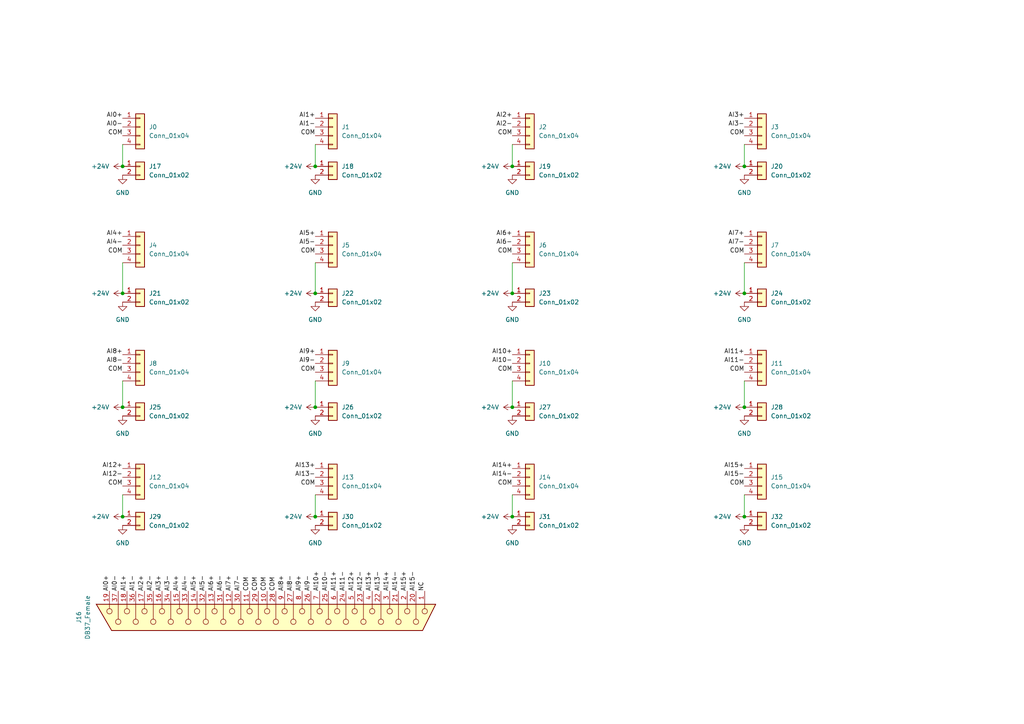
<source format=kicad_sch>
(kicad_sch (version 20230121) (generator eeschema)

  (uuid ea60abed-f6e0-4361-b753-667398aebe3d)

  (paper "A4")

  (title_block
    (title "Analog Input Board")
    (date "2023-10-09")
    (rev "A")
    (company "Missouri University of Science and Technology Rocket Design Team")
    (comment 1 "Author: Rakshak Sudhakaran")
  )

  (lib_symbols
    (symbol "Connector:DB37_Female" (pin_names (offset 1.016) hide) (in_bom yes) (on_board yes)
      (property "Reference" "J" (at 0 50.165 0)
        (effects (font (size 1.27 1.27)))
      )
      (property "Value" "DB37_Female" (at 0 -50.8 0)
        (effects (font (size 1.27 1.27)))
      )
      (property "Footprint" "" (at 0 0 0)
        (effects (font (size 1.27 1.27)) hide)
      )
      (property "Datasheet" " ~" (at 0 0 0)
        (effects (font (size 1.27 1.27)) hide)
      )
      (property "ki_keywords" "female D-SUB connector" (at 0 0 0)
        (effects (font (size 1.27 1.27)) hide)
      )
      (property "ki_description" "37-pin female D-SUB connector" (at 0 0 0)
        (effects (font (size 1.27 1.27)) hide)
      )
      (property "ki_fp_filters" "DSUB*Female*" (at 0 0 0)
        (effects (font (size 1.27 1.27)) hide)
      )
      (symbol "DB37_Female_0_1"
        (circle (center -1.778 -45.72) (radius 0.762)
          (stroke (width 0) (type default))
          (fill (type none))
        )
        (circle (center -1.778 -40.64) (radius 0.762)
          (stroke (width 0) (type default))
          (fill (type none))
        )
        (circle (center -1.778 -35.56) (radius 0.762)
          (stroke (width 0) (type default))
          (fill (type none))
        )
        (circle (center -1.778 -30.48) (radius 0.762)
          (stroke (width 0) (type default))
          (fill (type none))
        )
        (circle (center -1.778 -25.4) (radius 0.762)
          (stroke (width 0) (type default))
          (fill (type none))
        )
        (circle (center -1.778 -20.32) (radius 0.762)
          (stroke (width 0) (type default))
          (fill (type none))
        )
        (circle (center -1.778 -15.24) (radius 0.762)
          (stroke (width 0) (type default))
          (fill (type none))
        )
        (circle (center -1.778 -10.16) (radius 0.762)
          (stroke (width 0) (type default))
          (fill (type none))
        )
        (circle (center -1.778 -5.08) (radius 0.762)
          (stroke (width 0) (type default))
          (fill (type none))
        )
        (circle (center -1.778 0) (radius 0.762)
          (stroke (width 0) (type default))
          (fill (type none))
        )
        (circle (center -1.778 5.08) (radius 0.762)
          (stroke (width 0) (type default))
          (fill (type none))
        )
        (circle (center -1.778 10.16) (radius 0.762)
          (stroke (width 0) (type default))
          (fill (type none))
        )
        (circle (center -1.778 15.24) (radius 0.762)
          (stroke (width 0) (type default))
          (fill (type none))
        )
        (circle (center -1.778 20.32) (radius 0.762)
          (stroke (width 0) (type default))
          (fill (type none))
        )
        (circle (center -1.778 25.4) (radius 0.762)
          (stroke (width 0) (type default))
          (fill (type none))
        )
        (circle (center -1.778 30.48) (radius 0.762)
          (stroke (width 0) (type default))
          (fill (type none))
        )
        (circle (center -1.778 35.56) (radius 0.762)
          (stroke (width 0) (type default))
          (fill (type none))
        )
        (circle (center -1.778 40.64) (radius 0.762)
          (stroke (width 0) (type default))
          (fill (type none))
        )
        (circle (center -1.778 45.72) (radius 0.762)
          (stroke (width 0) (type default))
          (fill (type none))
        )
        (polyline
          (pts
            (xy -3.81 -45.72)
            (xy -2.54 -45.72)
          )
          (stroke (width 0) (type default))
          (fill (type none))
        )
        (polyline
          (pts
            (xy -3.81 -43.18)
            (xy 0.508 -43.18)
          )
          (stroke (width 0) (type default))
          (fill (type none))
        )
        (polyline
          (pts
            (xy -3.81 -40.64)
            (xy -2.54 -40.64)
          )
          (stroke (width 0) (type default))
          (fill (type none))
        )
        (polyline
          (pts
            (xy -3.81 -38.1)
            (xy 0.508 -38.1)
          )
          (stroke (width 0) (type default))
          (fill (type none))
        )
        (polyline
          (pts
            (xy -3.81 -35.56)
            (xy -2.54 -35.56)
          )
          (stroke (width 0) (type default))
          (fill (type none))
        )
        (polyline
          (pts
            (xy -3.81 -33.02)
            (xy 0.508 -33.02)
          )
          (stroke (width 0) (type default))
          (fill (type none))
        )
        (polyline
          (pts
            (xy -3.81 -30.48)
            (xy -2.54 -30.48)
          )
          (stroke (width 0) (type default))
          (fill (type none))
        )
        (polyline
          (pts
            (xy -3.81 -27.94)
            (xy 0.508 -27.94)
          )
          (stroke (width 0) (type default))
          (fill (type none))
        )
        (polyline
          (pts
            (xy -3.81 -25.4)
            (xy -2.54 -25.4)
          )
          (stroke (width 0) (type default))
          (fill (type none))
        )
        (polyline
          (pts
            (xy -3.81 -22.86)
            (xy 0.508 -22.86)
          )
          (stroke (width 0) (type default))
          (fill (type none))
        )
        (polyline
          (pts
            (xy -3.81 -20.32)
            (xy -2.54 -20.32)
          )
          (stroke (width 0) (type default))
          (fill (type none))
        )
        (polyline
          (pts
            (xy -3.81 -17.78)
            (xy 0.508 -17.78)
          )
          (stroke (width 0) (type default))
          (fill (type none))
        )
        (polyline
          (pts
            (xy -3.81 -15.24)
            (xy -2.54 -15.24)
          )
          (stroke (width 0) (type default))
          (fill (type none))
        )
        (polyline
          (pts
            (xy -3.81 -12.7)
            (xy 0.508 -12.7)
          )
          (stroke (width 0) (type default))
          (fill (type none))
        )
        (polyline
          (pts
            (xy -3.81 -10.16)
            (xy -2.54 -10.16)
          )
          (stroke (width 0) (type default))
          (fill (type none))
        )
        (polyline
          (pts
            (xy -3.81 -7.62)
            (xy 0.508 -7.62)
          )
          (stroke (width 0) (type default))
          (fill (type none))
        )
        (polyline
          (pts
            (xy -3.81 -5.08)
            (xy -2.54 -5.08)
          )
          (stroke (width 0) (type default))
          (fill (type none))
        )
        (polyline
          (pts
            (xy -3.81 -2.54)
            (xy 0.508 -2.54)
          )
          (stroke (width 0) (type default))
          (fill (type none))
        )
        (polyline
          (pts
            (xy -3.81 0)
            (xy -2.54 0)
          )
          (stroke (width 0) (type default))
          (fill (type none))
        )
        (polyline
          (pts
            (xy -3.81 2.54)
            (xy 0.508 2.54)
          )
          (stroke (width 0) (type default))
          (fill (type none))
        )
        (polyline
          (pts
            (xy -3.81 5.08)
            (xy -2.54 5.08)
          )
          (stroke (width 0) (type default))
          (fill (type none))
        )
        (polyline
          (pts
            (xy -3.81 7.62)
            (xy 0.508 7.62)
          )
          (stroke (width 0) (type default))
          (fill (type none))
        )
        (polyline
          (pts
            (xy -3.81 10.16)
            (xy -2.54 10.16)
          )
          (stroke (width 0) (type default))
          (fill (type none))
        )
        (polyline
          (pts
            (xy -3.81 12.7)
            (xy 0.508 12.7)
          )
          (stroke (width 0) (type default))
          (fill (type none))
        )
        (polyline
          (pts
            (xy -3.81 15.24)
            (xy -2.54 15.24)
          )
          (stroke (width 0) (type default))
          (fill (type none))
        )
        (polyline
          (pts
            (xy -3.81 17.78)
            (xy 0.508 17.78)
          )
          (stroke (width 0) (type default))
          (fill (type none))
        )
        (polyline
          (pts
            (xy -3.81 20.32)
            (xy -2.54 20.32)
          )
          (stroke (width 0) (type default))
          (fill (type none))
        )
        (polyline
          (pts
            (xy -3.81 22.86)
            (xy 0.508 22.86)
          )
          (stroke (width 0) (type default))
          (fill (type none))
        )
        (polyline
          (pts
            (xy -3.81 25.4)
            (xy -2.54 25.4)
          )
          (stroke (width 0) (type default))
          (fill (type none))
        )
        (polyline
          (pts
            (xy -3.81 27.94)
            (xy 0.508 27.94)
          )
          (stroke (width 0) (type default))
          (fill (type none))
        )
        (polyline
          (pts
            (xy -3.81 30.48)
            (xy -2.54 30.48)
          )
          (stroke (width 0) (type default))
          (fill (type none))
        )
        (polyline
          (pts
            (xy -3.81 33.02)
            (xy 0.508 33.02)
          )
          (stroke (width 0) (type default))
          (fill (type none))
        )
        (polyline
          (pts
            (xy -3.81 35.56)
            (xy -2.54 35.56)
          )
          (stroke (width 0) (type default))
          (fill (type none))
        )
        (polyline
          (pts
            (xy -3.81 38.1)
            (xy 0.508 38.1)
          )
          (stroke (width 0) (type default))
          (fill (type none))
        )
        (polyline
          (pts
            (xy -3.81 40.64)
            (xy -2.54 40.64)
          )
          (stroke (width 0) (type default))
          (fill (type none))
        )
        (polyline
          (pts
            (xy -3.81 43.18)
            (xy 0.508 43.18)
          )
          (stroke (width 0) (type default))
          (fill (type none))
        )
        (polyline
          (pts
            (xy -3.81 45.72)
            (xy -2.54 45.72)
          )
          (stroke (width 0) (type default))
          (fill (type none))
        )
        (polyline
          (pts
            (xy -3.81 -49.53)
            (xy 3.81 -45.085)
            (xy 3.81 45.085)
            (xy -3.81 48.895)
            (xy -3.81 -49.53)
          )
          (stroke (width 0.254) (type default))
          (fill (type background))
        )
        (circle (center 1.27 -43.18) (radius 0.762)
          (stroke (width 0) (type default))
          (fill (type none))
        )
        (circle (center 1.27 -38.1) (radius 0.762)
          (stroke (width 0) (type default))
          (fill (type none))
        )
        (circle (center 1.27 -33.02) (radius 0.762)
          (stroke (width 0) (type default))
          (fill (type none))
        )
        (circle (center 1.27 -27.94) (radius 0.762)
          (stroke (width 0) (type default))
          (fill (type none))
        )
        (circle (center 1.27 -22.86) (radius 0.762)
          (stroke (width 0) (type default))
          (fill (type none))
        )
        (circle (center 1.27 -17.78) (radius 0.762)
          (stroke (width 0) (type default))
          (fill (type none))
        )
        (circle (center 1.27 -12.7) (radius 0.762)
          (stroke (width 0) (type default))
          (fill (type none))
        )
        (circle (center 1.27 -7.62) (radius 0.762)
          (stroke (width 0) (type default))
          (fill (type none))
        )
        (circle (center 1.27 -2.54) (radius 0.762)
          (stroke (width 0) (type default))
          (fill (type none))
        )
        (circle (center 1.27 2.54) (radius 0.762)
          (stroke (width 0) (type default))
          (fill (type none))
        )
        (circle (center 1.27 7.62) (radius 0.762)
          (stroke (width 0) (type default))
          (fill (type none))
        )
        (circle (center 1.27 12.7) (radius 0.762)
          (stroke (width 0) (type default))
          (fill (type none))
        )
        (circle (center 1.27 17.78) (radius 0.762)
          (stroke (width 0) (type default))
          (fill (type none))
        )
        (circle (center 1.27 22.86) (radius 0.762)
          (stroke (width 0) (type default))
          (fill (type none))
        )
        (circle (center 1.27 27.94) (radius 0.762)
          (stroke (width 0) (type default))
          (fill (type none))
        )
        (circle (center 1.27 33.02) (radius 0.762)
          (stroke (width 0) (type default))
          (fill (type none))
        )
        (circle (center 1.27 38.1) (radius 0.762)
          (stroke (width 0) (type default))
          (fill (type none))
        )
        (circle (center 1.27 43.18) (radius 0.762)
          (stroke (width 0) (type default))
          (fill (type none))
        )
      )
      (symbol "DB37_Female_1_1"
        (pin passive line (at -7.62 45.72 0) (length 3.81)
          (name "1" (effects (font (size 1.27 1.27))))
          (number "1" (effects (font (size 1.27 1.27))))
        )
        (pin passive line (at -7.62 0 0) (length 3.81)
          (name "10" (effects (font (size 1.27 1.27))))
          (number "10" (effects (font (size 1.27 1.27))))
        )
        (pin passive line (at -7.62 -5.08 0) (length 3.81)
          (name "11" (effects (font (size 1.27 1.27))))
          (number "11" (effects (font (size 1.27 1.27))))
        )
        (pin passive line (at -7.62 -10.16 0) (length 3.81)
          (name "12" (effects (font (size 1.27 1.27))))
          (number "12" (effects (font (size 1.27 1.27))))
        )
        (pin passive line (at -7.62 -15.24 0) (length 3.81)
          (name "13" (effects (font (size 1.27 1.27))))
          (number "13" (effects (font (size 1.27 1.27))))
        )
        (pin passive line (at -7.62 -20.32 0) (length 3.81)
          (name "14" (effects (font (size 1.27 1.27))))
          (number "14" (effects (font (size 1.27 1.27))))
        )
        (pin passive line (at -7.62 -25.4 0) (length 3.81)
          (name "15" (effects (font (size 1.27 1.27))))
          (number "15" (effects (font (size 1.27 1.27))))
        )
        (pin passive line (at -7.62 -30.48 0) (length 3.81)
          (name "16" (effects (font (size 1.27 1.27))))
          (number "16" (effects (font (size 1.27 1.27))))
        )
        (pin passive line (at -7.62 -35.56 0) (length 3.81)
          (name "17" (effects (font (size 1.27 1.27))))
          (number "17" (effects (font (size 1.27 1.27))))
        )
        (pin passive line (at -7.62 -40.64 0) (length 3.81)
          (name "18" (effects (font (size 1.27 1.27))))
          (number "18" (effects (font (size 1.27 1.27))))
        )
        (pin passive line (at -7.62 -45.72 0) (length 3.81)
          (name "19" (effects (font (size 1.27 1.27))))
          (number "19" (effects (font (size 1.27 1.27))))
        )
        (pin passive line (at -7.62 40.64 0) (length 3.81)
          (name "2" (effects (font (size 1.27 1.27))))
          (number "2" (effects (font (size 1.27 1.27))))
        )
        (pin passive line (at -7.62 43.18 0) (length 3.81)
          (name "20" (effects (font (size 1.27 1.27))))
          (number "20" (effects (font (size 1.27 1.27))))
        )
        (pin passive line (at -7.62 38.1 0) (length 3.81)
          (name "21" (effects (font (size 1.27 1.27))))
          (number "21" (effects (font (size 1.27 1.27))))
        )
        (pin passive line (at -7.62 33.02 0) (length 3.81)
          (name "22" (effects (font (size 1.27 1.27))))
          (number "22" (effects (font (size 1.27 1.27))))
        )
        (pin passive line (at -7.62 27.94 0) (length 3.81)
          (name "23" (effects (font (size 1.27 1.27))))
          (number "23" (effects (font (size 1.27 1.27))))
        )
        (pin passive line (at -7.62 22.86 0) (length 3.81)
          (name "24" (effects (font (size 1.27 1.27))))
          (number "24" (effects (font (size 1.27 1.27))))
        )
        (pin passive line (at -7.62 17.78 0) (length 3.81)
          (name "25" (effects (font (size 1.27 1.27))))
          (number "25" (effects (font (size 1.27 1.27))))
        )
        (pin passive line (at -7.62 12.7 0) (length 3.81)
          (name "26" (effects (font (size 1.27 1.27))))
          (number "26" (effects (font (size 1.27 1.27))))
        )
        (pin passive line (at -7.62 7.62 0) (length 3.81)
          (name "27" (effects (font (size 1.27 1.27))))
          (number "27" (effects (font (size 1.27 1.27))))
        )
        (pin passive line (at -7.62 2.54 0) (length 3.81)
          (name "28" (effects (font (size 1.27 1.27))))
          (number "28" (effects (font (size 1.27 1.27))))
        )
        (pin passive line (at -7.62 -2.54 0) (length 3.81)
          (name "29" (effects (font (size 1.27 1.27))))
          (number "29" (effects (font (size 1.27 1.27))))
        )
        (pin passive line (at -7.62 35.56 0) (length 3.81)
          (name "3" (effects (font (size 1.27 1.27))))
          (number "3" (effects (font (size 1.27 1.27))))
        )
        (pin passive line (at -7.62 -7.62 0) (length 3.81)
          (name "30" (effects (font (size 1.27 1.27))))
          (number "30" (effects (font (size 1.27 1.27))))
        )
        (pin passive line (at -7.62 -12.7 0) (length 3.81)
          (name "31" (effects (font (size 1.27 1.27))))
          (number "31" (effects (font (size 1.27 1.27))))
        )
        (pin passive line (at -7.62 -17.78 0) (length 3.81)
          (name "32" (effects (font (size 1.27 1.27))))
          (number "32" (effects (font (size 1.27 1.27))))
        )
        (pin passive line (at -7.62 -22.86 0) (length 3.81)
          (name "33" (effects (font (size 1.27 1.27))))
          (number "33" (effects (font (size 1.27 1.27))))
        )
        (pin passive line (at -7.62 -27.94 0) (length 3.81)
          (name "34" (effects (font (size 1.27 1.27))))
          (number "34" (effects (font (size 1.27 1.27))))
        )
        (pin passive line (at -7.62 -33.02 0) (length 3.81)
          (name "35" (effects (font (size 1.27 1.27))))
          (number "35" (effects (font (size 1.27 1.27))))
        )
        (pin passive line (at -7.62 -38.1 0) (length 3.81)
          (name "36" (effects (font (size 1.27 1.27))))
          (number "36" (effects (font (size 1.27 1.27))))
        )
        (pin passive line (at -7.62 -43.18 0) (length 3.81)
          (name "37" (effects (font (size 1.27 1.27))))
          (number "37" (effects (font (size 1.27 1.27))))
        )
        (pin passive line (at -7.62 30.48 0) (length 3.81)
          (name "4" (effects (font (size 1.27 1.27))))
          (number "4" (effects (font (size 1.27 1.27))))
        )
        (pin passive line (at -7.62 25.4 0) (length 3.81)
          (name "5" (effects (font (size 1.27 1.27))))
          (number "5" (effects (font (size 1.27 1.27))))
        )
        (pin passive line (at -7.62 20.32 0) (length 3.81)
          (name "6" (effects (font (size 1.27 1.27))))
          (number "6" (effects (font (size 1.27 1.27))))
        )
        (pin passive line (at -7.62 15.24 0) (length 3.81)
          (name "7" (effects (font (size 1.27 1.27))))
          (number "7" (effects (font (size 1.27 1.27))))
        )
        (pin passive line (at -7.62 10.16 0) (length 3.81)
          (name "8" (effects (font (size 1.27 1.27))))
          (number "8" (effects (font (size 1.27 1.27))))
        )
        (pin passive line (at -7.62 5.08 0) (length 3.81)
          (name "9" (effects (font (size 1.27 1.27))))
          (number "9" (effects (font (size 1.27 1.27))))
        )
      )
    )
    (symbol "Connector_Generic:Conn_01x02" (pin_names (offset 1.016) hide) (in_bom yes) (on_board yes)
      (property "Reference" "J" (at 0 2.54 0)
        (effects (font (size 1.27 1.27)))
      )
      (property "Value" "Conn_01x02" (at 0 -5.08 0)
        (effects (font (size 1.27 1.27)))
      )
      (property "Footprint" "" (at 0 0 0)
        (effects (font (size 1.27 1.27)) hide)
      )
      (property "Datasheet" "~" (at 0 0 0)
        (effects (font (size 1.27 1.27)) hide)
      )
      (property "ki_keywords" "connector" (at 0 0 0)
        (effects (font (size 1.27 1.27)) hide)
      )
      (property "ki_description" "Generic connector, single row, 01x02, script generated (kicad-library-utils/schlib/autogen/connector/)" (at 0 0 0)
        (effects (font (size 1.27 1.27)) hide)
      )
      (property "ki_fp_filters" "Connector*:*_1x??_*" (at 0 0 0)
        (effects (font (size 1.27 1.27)) hide)
      )
      (symbol "Conn_01x02_1_1"
        (rectangle (start -1.27 -2.413) (end 0 -2.667)
          (stroke (width 0.1524) (type default))
          (fill (type none))
        )
        (rectangle (start -1.27 0.127) (end 0 -0.127)
          (stroke (width 0.1524) (type default))
          (fill (type none))
        )
        (rectangle (start -1.27 1.27) (end 1.27 -3.81)
          (stroke (width 0.254) (type default))
          (fill (type background))
        )
        (pin passive line (at -5.08 0 0) (length 3.81)
          (name "Pin_1" (effects (font (size 1.27 1.27))))
          (number "1" (effects (font (size 1.27 1.27))))
        )
        (pin passive line (at -5.08 -2.54 0) (length 3.81)
          (name "Pin_2" (effects (font (size 1.27 1.27))))
          (number "2" (effects (font (size 1.27 1.27))))
        )
      )
    )
    (symbol "Connector_Generic:Conn_01x04" (pin_names (offset 1.016) hide) (in_bom yes) (on_board yes)
      (property "Reference" "J" (at 0 5.08 0)
        (effects (font (size 1.27 1.27)))
      )
      (property "Value" "Conn_01x04" (at 0 -7.62 0)
        (effects (font (size 1.27 1.27)))
      )
      (property "Footprint" "" (at 0 0 0)
        (effects (font (size 1.27 1.27)) hide)
      )
      (property "Datasheet" "~" (at 0 0 0)
        (effects (font (size 1.27 1.27)) hide)
      )
      (property "ki_keywords" "connector" (at 0 0 0)
        (effects (font (size 1.27 1.27)) hide)
      )
      (property "ki_description" "Generic connector, single row, 01x04, script generated (kicad-library-utils/schlib/autogen/connector/)" (at 0 0 0)
        (effects (font (size 1.27 1.27)) hide)
      )
      (property "ki_fp_filters" "Connector*:*_1x??_*" (at 0 0 0)
        (effects (font (size 1.27 1.27)) hide)
      )
      (symbol "Conn_01x04_1_1"
        (rectangle (start -1.27 -4.953) (end 0 -5.207)
          (stroke (width 0.1524) (type default))
          (fill (type none))
        )
        (rectangle (start -1.27 -2.413) (end 0 -2.667)
          (stroke (width 0.1524) (type default))
          (fill (type none))
        )
        (rectangle (start -1.27 0.127) (end 0 -0.127)
          (stroke (width 0.1524) (type default))
          (fill (type none))
        )
        (rectangle (start -1.27 2.667) (end 0 2.413)
          (stroke (width 0.1524) (type default))
          (fill (type none))
        )
        (rectangle (start -1.27 3.81) (end 1.27 -6.35)
          (stroke (width 0.254) (type default))
          (fill (type background))
        )
        (pin passive line (at -5.08 2.54 0) (length 3.81)
          (name "Pin_1" (effects (font (size 1.27 1.27))))
          (number "1" (effects (font (size 1.27 1.27))))
        )
        (pin passive line (at -5.08 0 0) (length 3.81)
          (name "Pin_2" (effects (font (size 1.27 1.27))))
          (number "2" (effects (font (size 1.27 1.27))))
        )
        (pin passive line (at -5.08 -2.54 0) (length 3.81)
          (name "Pin_3" (effects (font (size 1.27 1.27))))
          (number "3" (effects (font (size 1.27 1.27))))
        )
        (pin passive line (at -5.08 -5.08 0) (length 3.81)
          (name "Pin_4" (effects (font (size 1.27 1.27))))
          (number "4" (effects (font (size 1.27 1.27))))
        )
      )
    )
    (symbol "power:+24V" (power) (pin_names (offset 0)) (in_bom yes) (on_board yes)
      (property "Reference" "#PWR" (at 0 -3.81 0)
        (effects (font (size 1.27 1.27)) hide)
      )
      (property "Value" "+24V" (at 0 3.556 0)
        (effects (font (size 1.27 1.27)))
      )
      (property "Footprint" "" (at 0 0 0)
        (effects (font (size 1.27 1.27)) hide)
      )
      (property "Datasheet" "" (at 0 0 0)
        (effects (font (size 1.27 1.27)) hide)
      )
      (property "ki_keywords" "global power" (at 0 0 0)
        (effects (font (size 1.27 1.27)) hide)
      )
      (property "ki_description" "Power symbol creates a global label with name \"+24V\"" (at 0 0 0)
        (effects (font (size 1.27 1.27)) hide)
      )
      (symbol "+24V_0_1"
        (polyline
          (pts
            (xy -0.762 1.27)
            (xy 0 2.54)
          )
          (stroke (width 0) (type default))
          (fill (type none))
        )
        (polyline
          (pts
            (xy 0 0)
            (xy 0 2.54)
          )
          (stroke (width 0) (type default))
          (fill (type none))
        )
        (polyline
          (pts
            (xy 0 2.54)
            (xy 0.762 1.27)
          )
          (stroke (width 0) (type default))
          (fill (type none))
        )
      )
      (symbol "+24V_1_1"
        (pin power_in line (at 0 0 90) (length 0) hide
          (name "+24V" (effects (font (size 1.27 1.27))))
          (number "1" (effects (font (size 1.27 1.27))))
        )
      )
    )
    (symbol "power:GND" (power) (pin_names (offset 0)) (in_bom yes) (on_board yes)
      (property "Reference" "#PWR" (at 0 -6.35 0)
        (effects (font (size 1.27 1.27)) hide)
      )
      (property "Value" "GND" (at 0 -3.81 0)
        (effects (font (size 1.27 1.27)))
      )
      (property "Footprint" "" (at 0 0 0)
        (effects (font (size 1.27 1.27)) hide)
      )
      (property "Datasheet" "" (at 0 0 0)
        (effects (font (size 1.27 1.27)) hide)
      )
      (property "ki_keywords" "global power" (at 0 0 0)
        (effects (font (size 1.27 1.27)) hide)
      )
      (property "ki_description" "Power symbol creates a global label with name \"GND\" , ground" (at 0 0 0)
        (effects (font (size 1.27 1.27)) hide)
      )
      (symbol "GND_0_1"
        (polyline
          (pts
            (xy 0 0)
            (xy 0 -1.27)
            (xy 1.27 -1.27)
            (xy 0 -2.54)
            (xy -1.27 -1.27)
            (xy 0 -1.27)
          )
          (stroke (width 0) (type default))
          (fill (type none))
        )
      )
      (symbol "GND_1_1"
        (pin power_in line (at 0 0 270) (length 0) hide
          (name "GND" (effects (font (size 1.27 1.27))))
          (number "1" (effects (font (size 1.27 1.27))))
        )
      )
    )
  )

  (junction (at 35.56 48.26) (diameter 0) (color 0 0 0 0)
    (uuid 01d0c7b6-b37e-4d9a-84a4-2be0ba48c0ee)
  )
  (junction (at 35.56 149.86) (diameter 0) (color 0 0 0 0)
    (uuid 2095bdb0-9187-45ee-a4d3-e6717bf6c48f)
  )
  (junction (at 91.44 85.09) (diameter 0) (color 0 0 0 0)
    (uuid 244b4eb9-3a36-45ad-af8d-c741834c1820)
  )
  (junction (at 91.44 118.11) (diameter 0) (color 0 0 0 0)
    (uuid 358e91b6-337f-4800-84a8-c852447a3f3a)
  )
  (junction (at 148.59 48.26) (diameter 0) (color 0 0 0 0)
    (uuid 3ad90896-6721-47e8-ad4a-810427212f57)
  )
  (junction (at 215.9 48.26) (diameter 0) (color 0 0 0 0)
    (uuid 5a70720b-284c-484e-8577-a2eb895d857a)
  )
  (junction (at 148.59 149.86) (diameter 0) (color 0 0 0 0)
    (uuid 68c3d881-791f-4d62-8e7c-704a6278349f)
  )
  (junction (at 215.9 118.11) (diameter 0) (color 0 0 0 0)
    (uuid 812f4215-880a-4af0-9b41-1c0392a99d44)
  )
  (junction (at 215.9 85.09) (diameter 0) (color 0 0 0 0)
    (uuid 8a4a7f49-0aca-45c3-98a4-4b9478fb7180)
  )
  (junction (at 91.44 48.26) (diameter 0) (color 0 0 0 0)
    (uuid 9e89a291-f117-45f9-980e-84b315ec1dfd)
  )
  (junction (at 215.9 149.86) (diameter 0) (color 0 0 0 0)
    (uuid af1d1818-01ee-400a-bdae-c4d36e81de8e)
  )
  (junction (at 148.59 118.11) (diameter 0) (color 0 0 0 0)
    (uuid c8c2ac2b-f06a-4343-8d11-b96350d759aa)
  )
  (junction (at 35.56 118.11) (diameter 0) (color 0 0 0 0)
    (uuid dbf8df5a-20cf-452c-8dc5-2b508c910b0e)
  )
  (junction (at 148.59 85.09) (diameter 0) (color 0 0 0 0)
    (uuid f73ce902-d492-4d09-95ee-25863bbf0fc6)
  )
  (junction (at 91.44 149.86) (diameter 0) (color 0 0 0 0)
    (uuid fccea10e-103d-414e-980d-a09a637536cf)
  )
  (junction (at 35.56 85.09) (diameter 0) (color 0 0 0 0)
    (uuid ffcd1fbe-a243-4a07-a1b1-1403678961ac)
  )

  (wire (pts (xy 215.9 76.2) (xy 215.9 85.09))
    (stroke (width 0) (type default))
    (uuid 070f3299-92ee-4142-8575-e8738d8c8153)
  )
  (wire (pts (xy 91.44 76.2) (xy 91.44 85.09))
    (stroke (width 0) (type default))
    (uuid 27e7d881-3fd4-48f9-bc0c-2a8c33018c45)
  )
  (wire (pts (xy 148.59 76.2) (xy 148.59 85.09))
    (stroke (width 0) (type default))
    (uuid 28f9dd7e-2b04-45cd-9bd8-b0217128079e)
  )
  (wire (pts (xy 35.56 41.91) (xy 35.56 48.26))
    (stroke (width 0) (type default))
    (uuid 2ff7ee35-0795-447b-908b-0e0872cab856)
  )
  (wire (pts (xy 35.56 143.51) (xy 35.56 149.86))
    (stroke (width 0) (type default))
    (uuid 38984d75-4af1-46e7-bd7e-1ef41476355c)
  )
  (wire (pts (xy 91.44 41.91) (xy 91.44 48.26))
    (stroke (width 0) (type default))
    (uuid 477e4a6b-33c4-4b33-b454-64159321ac5a)
  )
  (wire (pts (xy 148.59 110.49) (xy 148.59 118.11))
    (stroke (width 0) (type default))
    (uuid 56e87509-6098-4efd-94d0-d76d4b27d6a5)
  )
  (wire (pts (xy 215.9 143.51) (xy 215.9 149.86))
    (stroke (width 0) (type default))
    (uuid 6efb70ea-9401-4ae7-ac8f-a8ce70ad868f)
  )
  (wire (pts (xy 35.56 110.49) (xy 35.56 118.11))
    (stroke (width 0) (type default))
    (uuid 7049b8d1-6ba7-4b0e-84fe-6fb332e543dc)
  )
  (wire (pts (xy 35.56 76.2) (xy 35.56 85.09))
    (stroke (width 0) (type default))
    (uuid 80ff587d-3f75-45c1-ac17-2d4e50962770)
  )
  (wire (pts (xy 91.44 110.49) (xy 91.44 118.11))
    (stroke (width 0) (type default))
    (uuid 926264ca-7f57-4f43-bb8d-b0e0cc07d264)
  )
  (wire (pts (xy 148.59 41.91) (xy 148.59 48.26))
    (stroke (width 0) (type default))
    (uuid 97e69c8a-f365-4382-82bb-68c529875770)
  )
  (wire (pts (xy 215.9 41.91) (xy 215.9 48.26))
    (stroke (width 0) (type default))
    (uuid a6572f30-94c7-4e78-bf0e-db2ece8a5956)
  )
  (wire (pts (xy 91.44 143.51) (xy 91.44 149.86))
    (stroke (width 0) (type default))
    (uuid b2bba1b3-3d56-420e-a2bc-e31ee510dedf)
  )
  (wire (pts (xy 148.59 143.51) (xy 148.59 149.86))
    (stroke (width 0) (type default))
    (uuid de285a26-8bf9-47ba-b7ba-a368745d9c39)
  )
  (wire (pts (xy 215.9 110.49) (xy 215.9 118.11))
    (stroke (width 0) (type default))
    (uuid dfb1abcf-49d6-4aa0-b345-4d58994c2e9a)
  )

  (label "AI10-" (at 148.59 105.41 180) (fields_autoplaced)
    (effects (font (size 1.27 1.27)) (justify right bottom))
    (uuid 0542ba6b-5b5f-41c0-a50e-8645b674b2b4)
  )
  (label "AI9+" (at 91.44 102.87 180) (fields_autoplaced)
    (effects (font (size 1.27 1.27)) (justify right bottom))
    (uuid 06731330-6b38-4220-8036-6c92e576b793)
  )
  (label "AI0-" (at 34.29 171.45 90) (fields_autoplaced)
    (effects (font (size 1.27 1.27)) (justify left bottom))
    (uuid 075ec7ee-dd01-42d0-8b6f-ee17a96e925c)
  )
  (label "AI0+" (at 35.56 34.29 180) (fields_autoplaced)
    (effects (font (size 1.27 1.27)) (justify right bottom))
    (uuid 0898c1b2-d256-4724-a3f6-67d0d2dc26e4)
  )
  (label "AI9-" (at 90.17 171.45 90) (fields_autoplaced)
    (effects (font (size 1.27 1.27)) (justify left bottom))
    (uuid 0ae6c467-11ae-42c8-8fc9-180069ff2941)
  )
  (label "AI8-" (at 85.09 171.45 90) (fields_autoplaced)
    (effects (font (size 1.27 1.27)) (justify left bottom))
    (uuid 0be4fa03-ee0b-4f8b-ba35-04ad4dc352ec)
  )
  (label "AI11-" (at 100.33 171.45 90) (fields_autoplaced)
    (effects (font (size 1.27 1.27)) (justify left bottom))
    (uuid 0da8d89a-8903-4087-aaa7-d6f891059956)
  )
  (label "AI13-" (at 110.49 171.45 90) (fields_autoplaced)
    (effects (font (size 1.27 1.27)) (justify left bottom))
    (uuid 11c2eb69-5a31-4d54-9787-69ab60071087)
  )
  (label "AI1-" (at 91.44 36.83 180) (fields_autoplaced)
    (effects (font (size 1.27 1.27)) (justify right bottom))
    (uuid 1383cfe7-d41c-4d8a-9bc0-d7fd1cbc2c94)
  )
  (label "AI7+" (at 67.31 171.45 90) (fields_autoplaced)
    (effects (font (size 1.27 1.27)) (justify left bottom))
    (uuid 13d95086-ea7d-44e9-9bac-98d9b3f86ccf)
  )
  (label "COM" (at 215.9 73.66 180) (fields_autoplaced)
    (effects (font (size 1.27 1.27)) (justify right bottom))
    (uuid 14554392-e500-410e-be2f-02800b306465)
  )
  (label "AI11-" (at 215.9 105.41 180) (fields_autoplaced)
    (effects (font (size 1.27 1.27)) (justify right bottom))
    (uuid 17f7a9d8-b236-4470-9937-bb2c312e2ab5)
  )
  (label "AI4+" (at 35.56 68.58 180) (fields_autoplaced)
    (effects (font (size 1.27 1.27)) (justify right bottom))
    (uuid 1bf49673-6c4f-4a6d-875b-5a232528ed1c)
  )
  (label "COM" (at 148.59 140.97 180) (fields_autoplaced)
    (effects (font (size 1.27 1.27)) (justify right bottom))
    (uuid 1cef06b3-d395-4093-9ccd-55bce6c5c06e)
  )
  (label "AI0-" (at 35.56 36.83 180) (fields_autoplaced)
    (effects (font (size 1.27 1.27)) (justify right bottom))
    (uuid 1ffa56ac-8eb9-4d42-88aa-8c7cb4516e69)
  )
  (label "AI3-" (at 215.9 36.83 180) (fields_autoplaced)
    (effects (font (size 1.27 1.27)) (justify right bottom))
    (uuid 27a86250-bd94-4a02-b89c-a64c2da46bd7)
  )
  (label "COM" (at 80.01 171.45 90) (fields_autoplaced)
    (effects (font (size 1.27 1.27)) (justify left bottom))
    (uuid 319c4542-46bd-4b63-9fef-d005688b0b1a)
  )
  (label "AI14-" (at 148.59 138.43 180) (fields_autoplaced)
    (effects (font (size 1.27 1.27)) (justify right bottom))
    (uuid 337447a5-4db6-4dd9-9993-066eba51845a)
  )
  (label "COM" (at 148.59 107.95 180) (fields_autoplaced)
    (effects (font (size 1.27 1.27)) (justify right bottom))
    (uuid 35765bd0-60bd-4fb6-adb4-9f50b3ae29a2)
  )
  (label "AI3+" (at 46.99 171.45 90) (fields_autoplaced)
    (effects (font (size 1.27 1.27)) (justify left bottom))
    (uuid 3cfefbd7-adf7-4a8f-81fb-49016ff123fc)
  )
  (label "COM" (at 74.93 171.45 90) (fields_autoplaced)
    (effects (font (size 1.27 1.27)) (justify left bottom))
    (uuid 3da37f1c-adc6-4efc-9955-92f4d2f9b292)
  )
  (label "AI2+" (at 148.59 34.29 180) (fields_autoplaced)
    (effects (font (size 1.27 1.27)) (justify right bottom))
    (uuid 3edb4ff2-7b64-46de-9a73-560324091f99)
  )
  (label "COM" (at 77.47 171.45 90) (fields_autoplaced)
    (effects (font (size 1.27 1.27)) (justify left bottom))
    (uuid 41208042-a559-452c-b61d-30e0326a549e)
  )
  (label "AI11+" (at 215.9 102.87 180) (fields_autoplaced)
    (effects (font (size 1.27 1.27)) (justify right bottom))
    (uuid 46b37071-77bd-4f05-97fd-5f9d2ca1531f)
  )
  (label "AI11+" (at 97.79 171.45 90) (fields_autoplaced)
    (effects (font (size 1.27 1.27)) (justify left bottom))
    (uuid 49576f01-f103-478c-b6d1-36e06b03d6d6)
  )
  (label "AI6-" (at 64.77 171.45 90) (fields_autoplaced)
    (effects (font (size 1.27 1.27)) (justify left bottom))
    (uuid 496420b9-10fc-4108-b9a3-ddd923aa6f44)
  )
  (label "AI15-" (at 215.9 138.43 180) (fields_autoplaced)
    (effects (font (size 1.27 1.27)) (justify right bottom))
    (uuid 4ac13087-dfa7-47c8-b94f-8604a15b2dc3)
  )
  (label "AI6+" (at 148.59 68.58 180) (fields_autoplaced)
    (effects (font (size 1.27 1.27)) (justify right bottom))
    (uuid 4d1f791b-67b7-4158-a5fa-bd26e83d2e9f)
  )
  (label "AI2+" (at 41.91 171.45 90) (fields_autoplaced)
    (effects (font (size 1.27 1.27)) (justify left bottom))
    (uuid 4fd4d0b2-d1bf-4e77-a562-c0709ee55185)
  )
  (label "COM" (at 91.44 140.97 180) (fields_autoplaced)
    (effects (font (size 1.27 1.27)) (justify right bottom))
    (uuid 50b26e8e-8f56-4946-b999-0aaab2ddc05a)
  )
  (label "AI14-" (at 115.57 171.45 90) (fields_autoplaced)
    (effects (font (size 1.27 1.27)) (justify left bottom))
    (uuid 571459de-14e9-4104-a357-5d6fd5568729)
  )
  (label "AI1+" (at 91.44 34.29 180) (fields_autoplaced)
    (effects (font (size 1.27 1.27)) (justify right bottom))
    (uuid 5ba40271-bae7-4379-82bd-be52f45a6482)
  )
  (label "AI1-" (at 39.37 171.45 90) (fields_autoplaced)
    (effects (font (size 1.27 1.27)) (justify left bottom))
    (uuid 60ddb52b-94b4-4dcd-8f72-e262a5f76c10)
  )
  (label "AI1+" (at 36.83 171.45 90) (fields_autoplaced)
    (effects (font (size 1.27 1.27)) (justify left bottom))
    (uuid 6ac04a12-3b17-4bef-af08-ee2f5c1eabe4)
  )
  (label "AI10+" (at 92.71 171.45 90) (fields_autoplaced)
    (effects (font (size 1.27 1.27)) (justify left bottom))
    (uuid 73e1db02-1af9-4545-9736-1c526eb60736)
  )
  (label "COM" (at 91.44 39.37 180) (fields_autoplaced)
    (effects (font (size 1.27 1.27)) (justify right bottom))
    (uuid 76d0b8db-111e-4875-999b-9153385618b7)
  )
  (label "AI10-" (at 95.25 171.45 90) (fields_autoplaced)
    (effects (font (size 1.27 1.27)) (justify left bottom))
    (uuid 770772ad-4f1b-4476-9f68-52a9a3a9c092)
  )
  (label "AI15+" (at 215.9 135.89 180) (fields_autoplaced)
    (effects (font (size 1.27 1.27)) (justify right bottom))
    (uuid 7cbefb6b-c25e-4a2e-8345-948a833a20e6)
  )
  (label "AI9+" (at 87.63 171.45 90) (fields_autoplaced)
    (effects (font (size 1.27 1.27)) (justify left bottom))
    (uuid 7d6c3cc9-847b-4cfa-bae2-a3b3795351b7)
  )
  (label "AI5-" (at 91.44 71.12 180) (fields_autoplaced)
    (effects (font (size 1.27 1.27)) (justify right bottom))
    (uuid 7fbcfdb4-d859-48c9-adcd-6827dbc9091e)
  )
  (label "COM" (at 35.56 73.66 180) (fields_autoplaced)
    (effects (font (size 1.27 1.27)) (justify right bottom))
    (uuid 82531d28-7a92-47ce-8c84-050c62d7afb8)
  )
  (label "AI12+" (at 102.87 171.45 90) (fields_autoplaced)
    (effects (font (size 1.27 1.27)) (justify left bottom))
    (uuid 85e7ae66-68f0-4a06-b8d2-d31aaaa73fa7)
  )
  (label "COM" (at 35.56 140.97 180) (fields_autoplaced)
    (effects (font (size 1.27 1.27)) (justify right bottom))
    (uuid 868bc475-e7c2-46de-9762-198cde244f02)
  )
  (label "AI5+" (at 91.44 68.58 180) (fields_autoplaced)
    (effects (font (size 1.27 1.27)) (justify right bottom))
    (uuid 89bd1d14-a12d-4e6d-8670-f5b8f4feb85e)
  )
  (label "AI5+" (at 57.15 171.45 90) (fields_autoplaced)
    (effects (font (size 1.27 1.27)) (justify left bottom))
    (uuid 8c19ecc1-bdf3-40c1-8ade-0878348e6460)
  )
  (label "AI8+" (at 82.55 171.45 90) (fields_autoplaced)
    (effects (font (size 1.27 1.27)) (justify left bottom))
    (uuid 8c30c8e8-1e0e-4a80-8984-21f77104db2f)
  )
  (label "AI8+" (at 35.56 102.87 180) (fields_autoplaced)
    (effects (font (size 1.27 1.27)) (justify right bottom))
    (uuid 8f2aa47c-cdd2-4175-9d24-d0b4b742109f)
  )
  (label "AI6+" (at 62.23 171.45 90) (fields_autoplaced)
    (effects (font (size 1.27 1.27)) (justify left bottom))
    (uuid 9305e3ca-7cec-4b51-a8c0-ea98977f4f91)
  )
  (label "AI2-" (at 44.45 171.45 90) (fields_autoplaced)
    (effects (font (size 1.27 1.27)) (justify left bottom))
    (uuid 93259294-d321-436b-b5aa-4bc82cfae1f2)
  )
  (label "AI3-" (at 49.53 171.45 90) (fields_autoplaced)
    (effects (font (size 1.27 1.27)) (justify left bottom))
    (uuid 9609ad53-0d59-47b8-84c9-366972b319ad)
  )
  (label "AI12-" (at 105.41 171.45 90) (fields_autoplaced)
    (effects (font (size 1.27 1.27)) (justify left bottom))
    (uuid 9774295d-2a89-4151-af7d-22fe98efd4a7)
  )
  (label "AI9-" (at 91.44 105.41 180) (fields_autoplaced)
    (effects (font (size 1.27 1.27)) (justify right bottom))
    (uuid 9c0c494a-cdf0-4d77-83bb-2f741dd32dd5)
  )
  (label "AI13-" (at 91.44 138.43 180) (fields_autoplaced)
    (effects (font (size 1.27 1.27)) (justify right bottom))
    (uuid 9c770ea3-d8a5-40eb-89e5-5f9872d8321a)
  )
  (label "AI15-" (at 120.65 171.45 90) (fields_autoplaced)
    (effects (font (size 1.27 1.27)) (justify left bottom))
    (uuid 9e53125c-c324-4cfe-bffe-51131903dc09)
  )
  (label "AI3+" (at 215.9 34.29 180) (fields_autoplaced)
    (effects (font (size 1.27 1.27)) (justify right bottom))
    (uuid a0dee420-86ee-4b94-8b71-b01eee68929e)
  )
  (label "AI12+" (at 35.56 135.89 180) (fields_autoplaced)
    (effects (font (size 1.27 1.27)) (justify right bottom))
    (uuid a137232e-d296-494e-b7e5-184e2c98a510)
  )
  (label "COM" (at 35.56 39.37 180) (fields_autoplaced)
    (effects (font (size 1.27 1.27)) (justify right bottom))
    (uuid a3c2ab8c-cc2f-4f82-8c36-d88b0dd4028e)
  )
  (label "AI13+" (at 107.95 171.45 90) (fields_autoplaced)
    (effects (font (size 1.27 1.27)) (justify left bottom))
    (uuid a56829d1-9805-4da2-a48b-6e5921bdd2d4)
  )
  (label "AI12-" (at 35.56 138.43 180) (fields_autoplaced)
    (effects (font (size 1.27 1.27)) (justify right bottom))
    (uuid a96edc79-026d-4113-a58c-8d8464e4e83b)
  )
  (label "AI14+" (at 113.03 171.45 90) (fields_autoplaced)
    (effects (font (size 1.27 1.27)) (justify left bottom))
    (uuid acfa97f4-691c-431a-a9c3-5005859fc0eb)
  )
  (label "COM" (at 215.9 140.97 180) (fields_autoplaced)
    (effects (font (size 1.27 1.27)) (justify right bottom))
    (uuid b023f7dc-9073-424d-a149-30dfad44213c)
  )
  (label "AI14+" (at 148.59 135.89 180) (fields_autoplaced)
    (effects (font (size 1.27 1.27)) (justify right bottom))
    (uuid b20ef659-301b-4b11-86d3-b57622265dc1)
  )
  (label "AI7-" (at 69.85 171.45 90) (fields_autoplaced)
    (effects (font (size 1.27 1.27)) (justify left bottom))
    (uuid b291dadc-8b9b-4439-b0cd-26b3e9419bc2)
  )
  (label "COM" (at 35.56 107.95 180) (fields_autoplaced)
    (effects (font (size 1.27 1.27)) (justify right bottom))
    (uuid b51e5448-2ce7-4732-b43c-73130e1a11b6)
  )
  (label "AI6-" (at 148.59 71.12 180) (fields_autoplaced)
    (effects (font (size 1.27 1.27)) (justify right bottom))
    (uuid ba658dfb-7d35-4848-a454-2ac26f505d2f)
  )
  (label "AI13+" (at 91.44 135.89 180) (fields_autoplaced)
    (effects (font (size 1.27 1.27)) (justify right bottom))
    (uuid bffad0ab-03d0-432e-b93c-65f7fea2abda)
  )
  (label "AI7-" (at 215.9 71.12 180) (fields_autoplaced)
    (effects (font (size 1.27 1.27)) (justify right bottom))
    (uuid c6cb1d10-7524-4f9b-b31b-fb0dfca3f87a)
  )
  (label "AI4+" (at 52.07 171.45 90) (fields_autoplaced)
    (effects (font (size 1.27 1.27)) (justify left bottom))
    (uuid c917578c-7202-47ac-8968-cf38bf85140e)
  )
  (label "COM" (at 148.59 39.37 180) (fields_autoplaced)
    (effects (font (size 1.27 1.27)) (justify right bottom))
    (uuid c9943daf-b425-46c9-9129-f292286ead47)
  )
  (label "COM" (at 91.44 73.66 180) (fields_autoplaced)
    (effects (font (size 1.27 1.27)) (justify right bottom))
    (uuid cab46610-5563-4d36-9b8b-ec80e78f350e)
  )
  (label "AI15+" (at 118.11 171.45 90) (fields_autoplaced)
    (effects (font (size 1.27 1.27)) (justify left bottom))
    (uuid cac373b6-2d30-4a7e-b46a-a60fe5ef81a7)
  )
  (label "AI4-" (at 35.56 71.12 180) (fields_autoplaced)
    (effects (font (size 1.27 1.27)) (justify right bottom))
    (uuid cbf717bb-b2d9-4edf-9d8b-76f52a729b7b)
  )
  (label "COM" (at 215.9 107.95 180) (fields_autoplaced)
    (effects (font (size 1.27 1.27)) (justify right bottom))
    (uuid cbfb73c0-21d6-4abd-a781-616298d28227)
  )
  (label "AI4-" (at 54.61 171.45 90) (fields_autoplaced)
    (effects (font (size 1.27 1.27)) (justify left bottom))
    (uuid cea89c39-9ac4-4b2a-82a3-2eaeeb23fcc3)
  )
  (label "AI0+" (at 31.75 171.45 90) (fields_autoplaced)
    (effects (font (size 1.27 1.27)) (justify left bottom))
    (uuid d233e9b5-a7b9-419d-ad92-76ed31eb4870)
  )
  (label "AI2-" (at 148.59 36.83 180) (fields_autoplaced)
    (effects (font (size 1.27 1.27)) (justify right bottom))
    (uuid d9ce8066-7941-4e50-85f6-04e0dc6fe987)
  )
  (label "AI10+" (at 148.59 102.87 180) (fields_autoplaced)
    (effects (font (size 1.27 1.27)) (justify right bottom))
    (uuid dd6fbeb6-6cda-4c76-bf32-1686450661a3)
  )
  (label "AI8-" (at 35.56 105.41 180) (fields_autoplaced)
    (effects (font (size 1.27 1.27)) (justify right bottom))
    (uuid e9151c52-c431-42b6-bab9-e48b9305566f)
  )
  (label "AI7+" (at 215.9 68.58 180) (fields_autoplaced)
    (effects (font (size 1.27 1.27)) (justify right bottom))
    (uuid ea436eb1-1ebd-4b66-808d-1c78d1f228f6)
  )
  (label "COM" (at 148.59 73.66 180) (fields_autoplaced)
    (effects (font (size 1.27 1.27)) (justify right bottom))
    (uuid ec3a4d0a-70a7-487f-94e5-0b5ba387b6fc)
  )
  (label "COM" (at 215.9 39.37 180) (fields_autoplaced)
    (effects (font (size 1.27 1.27)) (justify right bottom))
    (uuid ec44d493-fc2f-4c45-b7e3-201ef39188b9)
  )
  (label "NC" (at 123.19 171.45 90) (fields_autoplaced)
    (effects (font (size 1.27 1.27)) (justify left bottom))
    (uuid ef269668-88a5-4802-829f-e21e0cdba349)
  )
  (label "COM" (at 72.39 171.45 90) (fields_autoplaced)
    (effects (font (size 1.27 1.27)) (justify left bottom))
    (uuid f62a9fbd-864a-4ce7-a1d0-07c2a09f64f9)
  )
  (label "COM" (at 91.44 107.95 180) (fields_autoplaced)
    (effects (font (size 1.27 1.27)) (justify right bottom))
    (uuid f7e91db4-c7e9-4d50-94c5-deceb180b0a2)
  )
  (label "AI5-" (at 59.69 171.45 90) (fields_autoplaced)
    (effects (font (size 1.27 1.27)) (justify left bottom))
    (uuid f8f2c70f-29bc-4523-be8a-2e6a6b31c79d)
  )

  (symbol (lib_id "power:GND") (at 215.9 120.65 0) (unit 1)
    (in_bom yes) (on_board yes) (dnp no) (fields_autoplaced)
    (uuid 02578fd0-5fcf-427d-853b-17307f9163aa)
    (property "Reference" "#PWR023" (at 215.9 127 0)
      (effects (font (size 1.27 1.27)) hide)
    )
    (property "Value" "GND" (at 215.9 125.73 0)
      (effects (font (size 1.27 1.27)))
    )
    (property "Footprint" "" (at 215.9 120.65 0)
      (effects (font (size 1.27 1.27)) hide)
    )
    (property "Datasheet" "" (at 215.9 120.65 0)
      (effects (font (size 1.27 1.27)) hide)
    )
    (pin "1" (uuid de1d1829-a3b7-4555-b6b3-2b218a7fc6a3))
    (instances
      (project "AI_Board_RevA"
        (path "/ea60abed-f6e0-4361-b753-667398aebe3d"
          (reference "#PWR023") (unit 1)
        )
      )
    )
  )

  (symbol (lib_id "Connector_Generic:Conn_01x02") (at 153.67 149.86 0) (unit 1)
    (in_bom yes) (on_board yes) (dnp no) (fields_autoplaced)
    (uuid 04114807-8e3e-48f0-a601-36f68db8f081)
    (property "Reference" "J31" (at 156.21 149.8599 0)
      (effects (font (size 1.27 1.27)) (justify left))
    )
    (property "Value" "Conn_01x02" (at 156.21 152.3999 0)
      (effects (font (size 1.27 1.27)) (justify left))
    )
    (property "Footprint" "Connector_AMASS:AMASS_XT30UPB-F_1x02_P5.0mm_Vertical" (at 153.67 149.86 0)
      (effects (font (size 1.27 1.27)) hide)
    )
    (property "Datasheet" "~" (at 153.67 149.86 0)
      (effects (font (size 1.27 1.27)) hide)
    )
    (pin "1" (uuid 382969f8-a540-4994-aa5d-ccc64687fba3))
    (pin "2" (uuid b2620750-82db-4e65-84da-bc34f2ce8253))
    (instances
      (project "AI_Board_RevA"
        (path "/ea60abed-f6e0-4361-b753-667398aebe3d"
          (reference "J31") (unit 1)
        )
      )
    )
  )

  (symbol (lib_id "Connector_Generic:Conn_01x02") (at 96.52 149.86 0) (unit 1)
    (in_bom yes) (on_board yes) (dnp no) (fields_autoplaced)
    (uuid 078f206b-ec5b-4246-866d-2f8cd877b159)
    (property "Reference" "J30" (at 99.06 149.8599 0)
      (effects (font (size 1.27 1.27)) (justify left))
    )
    (property "Value" "Conn_01x02" (at 99.06 152.3999 0)
      (effects (font (size 1.27 1.27)) (justify left))
    )
    (property "Footprint" "Connector_AMASS:AMASS_XT30UPB-F_1x02_P5.0mm_Vertical" (at 96.52 149.86 0)
      (effects (font (size 1.27 1.27)) hide)
    )
    (property "Datasheet" "~" (at 96.52 149.86 0)
      (effects (font (size 1.27 1.27)) hide)
    )
    (pin "1" (uuid a0cb12ba-8081-4168-846b-3f3e5c8dff48))
    (pin "2" (uuid 988d0008-9dc1-4057-86ac-522d60977b02))
    (instances
      (project "AI_Board_RevA"
        (path "/ea60abed-f6e0-4361-b753-667398aebe3d"
          (reference "J30") (unit 1)
        )
      )
    )
  )

  (symbol (lib_id "Connector_Generic:Conn_01x02") (at 220.98 85.09 0) (unit 1)
    (in_bom yes) (on_board yes) (dnp no) (fields_autoplaced)
    (uuid 0d10f568-e29a-48cc-af30-778ddb4ce84f)
    (property "Reference" "J24" (at 223.52 85.0899 0)
      (effects (font (size 1.27 1.27)) (justify left))
    )
    (property "Value" "Conn_01x02" (at 223.52 87.6299 0)
      (effects (font (size 1.27 1.27)) (justify left))
    )
    (property "Footprint" "Connector_AMASS:AMASS_XT30UPB-F_1x02_P5.0mm_Vertical" (at 220.98 85.09 0)
      (effects (font (size 1.27 1.27)) hide)
    )
    (property "Datasheet" "~" (at 220.98 85.09 0)
      (effects (font (size 1.27 1.27)) hide)
    )
    (pin "1" (uuid f076b4f5-2be4-4f82-9a94-18f168ee3c53))
    (pin "2" (uuid 808f1072-0079-4e04-88a9-f5fd8951c937))
    (instances
      (project "AI_Board_RevA"
        (path "/ea60abed-f6e0-4361-b753-667398aebe3d"
          (reference "J24") (unit 1)
        )
      )
    )
  )

  (symbol (lib_id "power:GND") (at 35.56 87.63 0) (unit 1)
    (in_bom yes) (on_board yes) (dnp no) (fields_autoplaced)
    (uuid 0fcbd3c7-f5b4-4125-9bf7-63339b3758e4)
    (property "Reference" "#PWR012" (at 35.56 93.98 0)
      (effects (font (size 1.27 1.27)) hide)
    )
    (property "Value" "GND" (at 35.56 92.71 0)
      (effects (font (size 1.27 1.27)))
    )
    (property "Footprint" "" (at 35.56 87.63 0)
      (effects (font (size 1.27 1.27)) hide)
    )
    (property "Datasheet" "" (at 35.56 87.63 0)
      (effects (font (size 1.27 1.27)) hide)
    )
    (pin "1" (uuid 989dd718-4248-4dd2-8070-14bb0fdb46da))
    (instances
      (project "AI_Board_RevA"
        (path "/ea60abed-f6e0-4361-b753-667398aebe3d"
          (reference "#PWR012") (unit 1)
        )
      )
    )
  )

  (symbol (lib_id "Connector_Generic:Conn_01x04") (at 96.52 138.43 0) (unit 1)
    (in_bom yes) (on_board yes) (dnp no) (fields_autoplaced)
    (uuid 138c4a35-3770-441e-adc0-2434c366f389)
    (property "Reference" "J13" (at 99.06 138.4299 0)
      (effects (font (size 1.27 1.27)) (justify left))
    )
    (property "Value" "Conn_01x04" (at 99.06 140.9699 0)
      (effects (font (size 1.27 1.27)) (justify left))
    )
    (property "Footprint" "M12_4Pin_Female_Library:TENSILITY_54-00278" (at 96.52 138.43 0)
      (effects (font (size 1.27 1.27)) hide)
    )
    (property "Datasheet" "~" (at 96.52 138.43 0)
      (effects (font (size 1.27 1.27)) hide)
    )
    (pin "1" (uuid bcb2e274-3785-4281-bca1-ab3b14e2206d))
    (pin "2" (uuid 8d245f04-9e51-419b-a588-d280d489a093))
    (pin "3" (uuid 01ee1c92-3256-40f3-bb66-3fff80f3615e))
    (pin "4" (uuid 917c10f6-9ce5-417b-9700-da9d04072edf))
    (instances
      (project "AI_Board_RevA"
        (path "/ea60abed-f6e0-4361-b753-667398aebe3d"
          (reference "J13") (unit 1)
        )
      )
    )
  )

  (symbol (lib_id "Connector_Generic:Conn_01x02") (at 220.98 118.11 0) (unit 1)
    (in_bom yes) (on_board yes) (dnp no) (fields_autoplaced)
    (uuid 15d9462c-8649-40cf-b36d-29cf9aaee64a)
    (property "Reference" "J28" (at 223.52 118.1099 0)
      (effects (font (size 1.27 1.27)) (justify left))
    )
    (property "Value" "Conn_01x02" (at 223.52 120.6499 0)
      (effects (font (size 1.27 1.27)) (justify left))
    )
    (property "Footprint" "Connector_AMASS:AMASS_XT30UPB-F_1x02_P5.0mm_Vertical" (at 220.98 118.11 0)
      (effects (font (size 1.27 1.27)) hide)
    )
    (property "Datasheet" "~" (at 220.98 118.11 0)
      (effects (font (size 1.27 1.27)) hide)
    )
    (pin "1" (uuid 2a897a76-6ba3-41ac-b28f-1a6577c84eb5))
    (pin "2" (uuid cbe97151-4735-4849-b89d-164770a7a55d))
    (instances
      (project "AI_Board_RevA"
        (path "/ea60abed-f6e0-4361-b753-667398aebe3d"
          (reference "J28") (unit 1)
        )
      )
    )
  )

  (symbol (lib_id "Connector_Generic:Conn_01x04") (at 153.67 71.12 0) (unit 1)
    (in_bom yes) (on_board yes) (dnp no) (fields_autoplaced)
    (uuid 16804812-5946-4bec-ad2d-3e23fb459f67)
    (property "Reference" "J6" (at 156.21 71.1199 0)
      (effects (font (size 1.27 1.27)) (justify left))
    )
    (property "Value" "Conn_01x04" (at 156.21 73.6599 0)
      (effects (font (size 1.27 1.27)) (justify left))
    )
    (property "Footprint" "M12_4Pin_Female_Library:TENSILITY_54-00278" (at 153.67 71.12 0)
      (effects (font (size 1.27 1.27)) hide)
    )
    (property "Datasheet" "~" (at 153.67 71.12 0)
      (effects (font (size 1.27 1.27)) hide)
    )
    (pin "1" (uuid 058f3b60-c3db-44d9-8d8e-8b4923201888))
    (pin "2" (uuid 6cf5a285-0a16-462e-8c3a-4a928572bdc4))
    (pin "3" (uuid 40065cc0-e317-471a-b541-35bd881b85a9))
    (pin "4" (uuid f7f0e19e-f176-4c22-abd6-8ae78ff5f51d))
    (instances
      (project "AI_Board_RevA"
        (path "/ea60abed-f6e0-4361-b753-667398aebe3d"
          (reference "J6") (unit 1)
        )
      )
    )
  )

  (symbol (lib_id "power:+24V") (at 148.59 118.11 90) (unit 1)
    (in_bom yes) (on_board yes) (dnp no) (fields_autoplaced)
    (uuid 1742372c-caaf-4b11-b845-592139fe8fc3)
    (property "Reference" "#PWR018" (at 152.4 118.11 0)
      (effects (font (size 1.27 1.27)) hide)
    )
    (property "Value" "+24V" (at 144.78 118.1099 90)
      (effects (font (size 1.27 1.27)) (justify left))
    )
    (property "Footprint" "" (at 148.59 118.11 0)
      (effects (font (size 1.27 1.27)) hide)
    )
    (property "Datasheet" "" (at 148.59 118.11 0)
      (effects (font (size 1.27 1.27)) hide)
    )
    (pin "1" (uuid 1734d5b3-3a54-46ad-9036-9ed9b25764a0))
    (instances
      (project "AI_Board_RevA"
        (path "/ea60abed-f6e0-4361-b753-667398aebe3d"
          (reference "#PWR018") (unit 1)
        )
      )
    )
  )

  (symbol (lib_id "power:GND") (at 148.59 120.65 0) (unit 1)
    (in_bom yes) (on_board yes) (dnp no) (fields_autoplaced)
    (uuid 1c91a1c1-f655-42db-8261-04e02ad9adcf)
    (property "Reference" "#PWR022" (at 148.59 127 0)
      (effects (font (size 1.27 1.27)) hide)
    )
    (property "Value" "GND" (at 148.59 125.73 0)
      (effects (font (size 1.27 1.27)))
    )
    (property "Footprint" "" (at 148.59 120.65 0)
      (effects (font (size 1.27 1.27)) hide)
    )
    (property "Datasheet" "" (at 148.59 120.65 0)
      (effects (font (size 1.27 1.27)) hide)
    )
    (pin "1" (uuid eb9847ad-dede-432d-977b-5392196f7d30))
    (instances
      (project "AI_Board_RevA"
        (path "/ea60abed-f6e0-4361-b753-667398aebe3d"
          (reference "#PWR022") (unit 1)
        )
      )
    )
  )

  (symbol (lib_id "Connector_Generic:Conn_01x04") (at 153.67 36.83 0) (unit 1)
    (in_bom yes) (on_board yes) (dnp no) (fields_autoplaced)
    (uuid 1d375b39-9999-4b7a-b106-61c53ee0d07a)
    (property "Reference" "J2" (at 156.21 36.8299 0)
      (effects (font (size 1.27 1.27)) (justify left))
    )
    (property "Value" "Conn_01x04" (at 156.21 39.3699 0)
      (effects (font (size 1.27 1.27)) (justify left))
    )
    (property "Footprint" "M12_4Pin_Female_Library:TENSILITY_54-00278" (at 153.67 36.83 0)
      (effects (font (size 1.27 1.27)) hide)
    )
    (property "Datasheet" "~" (at 153.67 36.83 0)
      (effects (font (size 1.27 1.27)) hide)
    )
    (pin "1" (uuid 630ea44d-975a-40d6-9f8f-37dceebbd56f))
    (pin "2" (uuid 9fce8292-e3ec-47b6-94e3-b350a77a2ce2))
    (pin "3" (uuid a77fdf84-18af-4bfd-b119-978ad3a46866))
    (pin "4" (uuid 4a3ef06f-8341-4e68-a0fa-27056223acdc))
    (instances
      (project "AI_Board_RevA"
        (path "/ea60abed-f6e0-4361-b753-667398aebe3d"
          (reference "J2") (unit 1)
        )
      )
    )
  )

  (symbol (lib_id "Connector_Generic:Conn_01x04") (at 96.52 105.41 0) (unit 1)
    (in_bom yes) (on_board yes) (dnp no) (fields_autoplaced)
    (uuid 282716aa-8441-4abc-84df-3c08cd4147f6)
    (property "Reference" "J9" (at 99.06 105.4099 0)
      (effects (font (size 1.27 1.27)) (justify left))
    )
    (property "Value" "Conn_01x04" (at 99.06 107.9499 0)
      (effects (font (size 1.27 1.27)) (justify left))
    )
    (property "Footprint" "M12_4Pin_Female_Library:TENSILITY_54-00278" (at 96.52 105.41 0)
      (effects (font (size 1.27 1.27)) hide)
    )
    (property "Datasheet" "~" (at 96.52 105.41 0)
      (effects (font (size 1.27 1.27)) hide)
    )
    (pin "1" (uuid ac81dd4e-a06a-4e84-82fe-55776fe2b371))
    (pin "2" (uuid b59bf79b-628f-4a11-9ca5-8df4a4a8d31f))
    (pin "3" (uuid 0d945f24-c813-42fe-bc74-9229bd14375a))
    (pin "4" (uuid 0ae69dc5-f735-4c6b-9193-efeb94659e0e))
    (instances
      (project "AI_Board_RevA"
        (path "/ea60abed-f6e0-4361-b753-667398aebe3d"
          (reference "J9") (unit 1)
        )
      )
    )
  )

  (symbol (lib_id "Connector_Generic:Conn_01x04") (at 96.52 36.83 0) (unit 1)
    (in_bom yes) (on_board yes) (dnp no) (fields_autoplaced)
    (uuid 2aa47c34-38ec-417e-8ee7-c171f353ec3c)
    (property "Reference" "J1" (at 99.06 36.8299 0)
      (effects (font (size 1.27 1.27)) (justify left))
    )
    (property "Value" "Conn_01x04" (at 99.06 39.3699 0)
      (effects (font (size 1.27 1.27)) (justify left))
    )
    (property "Footprint" "M12_4Pin_Female_Library:TENSILITY_54-00278" (at 96.52 36.83 0)
      (effects (font (size 1.27 1.27)) hide)
    )
    (property "Datasheet" "~" (at 96.52 36.83 0)
      (effects (font (size 1.27 1.27)) hide)
    )
    (pin "1" (uuid f8d3a1ce-77e1-470e-bc7c-8257c63b5089))
    (pin "2" (uuid 57b7b1e7-323d-4ee2-ab6d-ab05b6d80d2f))
    (pin "3" (uuid 8b5781d3-584b-42fa-a810-cd2dcaec825c))
    (pin "4" (uuid 250b2193-e5eb-4f21-90ec-fd442971cc5d))
    (instances
      (project "AI_Board_RevA"
        (path "/ea60abed-f6e0-4361-b753-667398aebe3d"
          (reference "J1") (unit 1)
        )
      )
    )
  )

  (symbol (lib_id "power:+24V") (at 35.56 118.11 90) (unit 1)
    (in_bom yes) (on_board yes) (dnp no) (fields_autoplaced)
    (uuid 31b2972f-48df-4d01-be1d-36e8100318af)
    (property "Reference" "#PWR016" (at 39.37 118.11 0)
      (effects (font (size 1.27 1.27)) hide)
    )
    (property "Value" "+24V" (at 31.75 118.1099 90)
      (effects (font (size 1.27 1.27)) (justify left))
    )
    (property "Footprint" "" (at 35.56 118.11 0)
      (effects (font (size 1.27 1.27)) hide)
    )
    (property "Datasheet" "" (at 35.56 118.11 0)
      (effects (font (size 1.27 1.27)) hide)
    )
    (pin "1" (uuid e01da738-a112-41c5-8b0e-8e290e929b08))
    (instances
      (project "AI_Board_RevA"
        (path "/ea60abed-f6e0-4361-b753-667398aebe3d"
          (reference "#PWR016") (unit 1)
        )
      )
    )
  )

  (symbol (lib_id "Connector_Generic:Conn_01x02") (at 96.52 85.09 0) (unit 1)
    (in_bom yes) (on_board yes) (dnp no) (fields_autoplaced)
    (uuid 3b95c670-e026-4d7a-9bf1-5aca2399ce9e)
    (property "Reference" "J22" (at 99.06 85.0899 0)
      (effects (font (size 1.27 1.27)) (justify left))
    )
    (property "Value" "Conn_01x02" (at 99.06 87.6299 0)
      (effects (font (size 1.27 1.27)) (justify left))
    )
    (property "Footprint" "Connector_AMASS:AMASS_XT30UPB-F_1x02_P5.0mm_Vertical" (at 96.52 85.09 0)
      (effects (font (size 1.27 1.27)) hide)
    )
    (property "Datasheet" "~" (at 96.52 85.09 0)
      (effects (font (size 1.27 1.27)) hide)
    )
    (pin "1" (uuid b2b54468-c568-4d58-bcfe-9d0c3c0b3f32))
    (pin "2" (uuid 00c3e794-5a56-40bd-af41-0cdc993f2ee9))
    (instances
      (project "AI_Board_RevA"
        (path "/ea60abed-f6e0-4361-b753-667398aebe3d"
          (reference "J22") (unit 1)
        )
      )
    )
  )

  (symbol (lib_id "Connector_Generic:Conn_01x04") (at 40.64 36.83 0) (unit 1)
    (in_bom yes) (on_board yes) (dnp no) (fields_autoplaced)
    (uuid 41ce951e-8c3d-4a25-8c38-61e5363398a7)
    (property "Reference" "J0" (at 43.18 36.8299 0)
      (effects (font (size 1.27 1.27)) (justify left))
    )
    (property "Value" "Conn_01x04" (at 43.18 39.3699 0)
      (effects (font (size 1.27 1.27)) (justify left))
    )
    (property "Footprint" "M12_4Pin_Female_Library:TENSILITY_54-00278" (at 40.64 36.83 0)
      (effects (font (size 1.27 1.27)) hide)
    )
    (property "Datasheet" "~" (at 40.64 36.83 0)
      (effects (font (size 1.27 1.27)) hide)
    )
    (pin "1" (uuid 4a05157e-0225-411a-94ee-b3a78cfb931a))
    (pin "2" (uuid 1ae16d2b-f614-4900-95c8-9058f018ecb2))
    (pin "3" (uuid f62bfbc1-70fb-418f-b925-962726fd637a))
    (pin "4" (uuid 03210d8e-ec0d-475d-a28f-49ee11956689))
    (instances
      (project "AI_Board_RevA"
        (path "/ea60abed-f6e0-4361-b753-667398aebe3d"
          (reference "J0") (unit 1)
        )
      )
    )
  )

  (symbol (lib_id "Connector_Generic:Conn_01x04") (at 96.52 71.12 0) (unit 1)
    (in_bom yes) (on_board yes) (dnp no) (fields_autoplaced)
    (uuid 4addc809-676e-4492-b0f1-d816290792cf)
    (property "Reference" "J5" (at 99.06 71.1199 0)
      (effects (font (size 1.27 1.27)) (justify left))
    )
    (property "Value" "Conn_01x04" (at 99.06 73.6599 0)
      (effects (font (size 1.27 1.27)) (justify left))
    )
    (property "Footprint" "M12_4Pin_Female_Library:TENSILITY_54-00278" (at 96.52 71.12 0)
      (effects (font (size 1.27 1.27)) hide)
    )
    (property "Datasheet" "~" (at 96.52 71.12 0)
      (effects (font (size 1.27 1.27)) hide)
    )
    (pin "1" (uuid 87b8752d-c9dc-4784-856a-75266b605f72))
    (pin "2" (uuid fd25ec8e-2925-4d27-8c9a-c7485825e3f4))
    (pin "3" (uuid a0c3e553-03bb-467c-98a7-4bd5ea17b3c0))
    (pin "4" (uuid d4d80c88-d10f-4144-a630-d8d97b18db12))
    (instances
      (project "AI_Board_RevA"
        (path "/ea60abed-f6e0-4361-b753-667398aebe3d"
          (reference "J5") (unit 1)
        )
      )
    )
  )

  (symbol (lib_id "power:GND") (at 35.56 120.65 0) (unit 1)
    (in_bom yes) (on_board yes) (dnp no) (fields_autoplaced)
    (uuid 4df770e4-5371-4546-a137-789d00bdb2ab)
    (property "Reference" "#PWR020" (at 35.56 127 0)
      (effects (font (size 1.27 1.27)) hide)
    )
    (property "Value" "GND" (at 35.56 125.73 0)
      (effects (font (size 1.27 1.27)))
    )
    (property "Footprint" "" (at 35.56 120.65 0)
      (effects (font (size 1.27 1.27)) hide)
    )
    (property "Datasheet" "" (at 35.56 120.65 0)
      (effects (font (size 1.27 1.27)) hide)
    )
    (pin "1" (uuid a1ddfcb4-9c8f-4fe9-baf5-f6f5d7fb7f74))
    (instances
      (project "AI_Board_RevA"
        (path "/ea60abed-f6e0-4361-b753-667398aebe3d"
          (reference "#PWR020") (unit 1)
        )
      )
    )
  )

  (symbol (lib_id "Connector_Generic:Conn_01x04") (at 153.67 138.43 0) (unit 1)
    (in_bom yes) (on_board yes) (dnp no) (fields_autoplaced)
    (uuid 54448188-ecb9-499b-9652-49fb1c12eb02)
    (property "Reference" "J14" (at 156.21 138.4299 0)
      (effects (font (size 1.27 1.27)) (justify left))
    )
    (property "Value" "Conn_01x04" (at 156.21 140.9699 0)
      (effects (font (size 1.27 1.27)) (justify left))
    )
    (property "Footprint" "M12_4Pin_Female_Library:TENSILITY_54-00278" (at 153.67 138.43 0)
      (effects (font (size 1.27 1.27)) hide)
    )
    (property "Datasheet" "~" (at 153.67 138.43 0)
      (effects (font (size 1.27 1.27)) hide)
    )
    (pin "1" (uuid 4798aeeb-b684-4eb0-8229-3d78dc1b032e))
    (pin "2" (uuid b73372ba-38c0-4b06-b759-97eccd933433))
    (pin "3" (uuid c07feaed-a086-4c35-8794-3cad548052a4))
    (pin "4" (uuid 8a4fdef0-68e7-48bc-9850-76b3464876e0))
    (instances
      (project "AI_Board_RevA"
        (path "/ea60abed-f6e0-4361-b753-667398aebe3d"
          (reference "J14") (unit 1)
        )
      )
    )
  )

  (symbol (lib_id "Connector_Generic:Conn_01x04") (at 40.64 71.12 0) (unit 1)
    (in_bom yes) (on_board yes) (dnp no) (fields_autoplaced)
    (uuid 548210af-cd3b-48e1-95c3-3d9e90b7c059)
    (property "Reference" "J4" (at 43.18 71.1199 0)
      (effects (font (size 1.27 1.27)) (justify left))
    )
    (property "Value" "Conn_01x04" (at 43.18 73.6599 0)
      (effects (font (size 1.27 1.27)) (justify left))
    )
    (property "Footprint" "M12_4Pin_Female_Library:TENSILITY_54-00278" (at 40.64 71.12 0)
      (effects (font (size 1.27 1.27)) hide)
    )
    (property "Datasheet" "~" (at 40.64 71.12 0)
      (effects (font (size 1.27 1.27)) hide)
    )
    (pin "1" (uuid 402fa3ba-053c-465e-a8fe-781ee0d84c9e))
    (pin "2" (uuid ba84c9a4-d99d-45ea-bafd-4dbace7ce0f9))
    (pin "3" (uuid 89ed33c8-c665-4c41-ba7a-f7df2091b2b4))
    (pin "4" (uuid a6429b1a-029d-4b96-9d8e-58a3cd0ec851))
    (instances
      (project "AI_Board_RevA"
        (path "/ea60abed-f6e0-4361-b753-667398aebe3d"
          (reference "J4") (unit 1)
        )
      )
    )
  )

  (symbol (lib_id "power:+24V") (at 215.9 48.26 90) (unit 1)
    (in_bom yes) (on_board yes) (dnp no) (fields_autoplaced)
    (uuid 5d5ca95c-759c-4da3-9873-517b90be9fbc)
    (property "Reference" "#PWR03" (at 219.71 48.26 0)
      (effects (font (size 1.27 1.27)) hide)
    )
    (property "Value" "+24V" (at 212.09 48.2599 90)
      (effects (font (size 1.27 1.27)) (justify left))
    )
    (property "Footprint" "" (at 215.9 48.26 0)
      (effects (font (size 1.27 1.27)) hide)
    )
    (property "Datasheet" "" (at 215.9 48.26 0)
      (effects (font (size 1.27 1.27)) hide)
    )
    (pin "1" (uuid 245f02f5-4388-4bed-8a32-79c77ea4540a))
    (instances
      (project "AI_Board_RevA"
        (path "/ea60abed-f6e0-4361-b753-667398aebe3d"
          (reference "#PWR03") (unit 1)
        )
      )
    )
  )

  (symbol (lib_id "Connector_Generic:Conn_01x02") (at 40.64 85.09 0) (unit 1)
    (in_bom yes) (on_board yes) (dnp no) (fields_autoplaced)
    (uuid 5f940a76-02d0-4bd6-be15-a5c841476922)
    (property "Reference" "J21" (at 43.18 85.0899 0)
      (effects (font (size 1.27 1.27)) (justify left))
    )
    (property "Value" "Conn_01x02" (at 43.18 87.6299 0)
      (effects (font (size 1.27 1.27)) (justify left))
    )
    (property "Footprint" "Connector_AMASS:AMASS_XT30UPB-F_1x02_P5.0mm_Vertical" (at 40.64 85.09 0)
      (effects (font (size 1.27 1.27)) hide)
    )
    (property "Datasheet" "~" (at 40.64 85.09 0)
      (effects (font (size 1.27 1.27)) hide)
    )
    (pin "1" (uuid d3eae3c2-f66e-4dbe-9cb9-5b18d3e720e1))
    (pin "2" (uuid 227f816c-e7ae-43a9-8ea5-07a8eba2462a))
    (instances
      (project "AI_Board_RevA"
        (path "/ea60abed-f6e0-4361-b753-667398aebe3d"
          (reference "J21") (unit 1)
        )
      )
    )
  )

  (symbol (lib_id "power:+24V") (at 91.44 85.09 90) (unit 1)
    (in_bom yes) (on_board yes) (dnp no) (fields_autoplaced)
    (uuid 6e118201-3495-4f4f-9b52-ac42fad9bdad)
    (property "Reference" "#PWR09" (at 95.25 85.09 0)
      (effects (font (size 1.27 1.27)) hide)
    )
    (property "Value" "+24V" (at 87.63 85.0899 90)
      (effects (font (size 1.27 1.27)) (justify left))
    )
    (property "Footprint" "" (at 91.44 85.09 0)
      (effects (font (size 1.27 1.27)) hide)
    )
    (property "Datasheet" "" (at 91.44 85.09 0)
      (effects (font (size 1.27 1.27)) hide)
    )
    (pin "1" (uuid ea22a459-6cc8-4802-8bfe-b3ab18e8cf69))
    (instances
      (project "AI_Board_RevA"
        (path "/ea60abed-f6e0-4361-b753-667398aebe3d"
          (reference "#PWR09") (unit 1)
        )
      )
    )
  )

  (symbol (lib_id "power:GND") (at 91.44 120.65 0) (unit 1)
    (in_bom yes) (on_board yes) (dnp no) (fields_autoplaced)
    (uuid 7693af68-d6ec-4c36-800f-1b4feae7c061)
    (property "Reference" "#PWR021" (at 91.44 127 0)
      (effects (font (size 1.27 1.27)) hide)
    )
    (property "Value" "GND" (at 91.44 125.73 0)
      (effects (font (size 1.27 1.27)))
    )
    (property "Footprint" "" (at 91.44 120.65 0)
      (effects (font (size 1.27 1.27)) hide)
    )
    (property "Datasheet" "" (at 91.44 120.65 0)
      (effects (font (size 1.27 1.27)) hide)
    )
    (pin "1" (uuid e73b1608-0bd5-4b22-b36e-fd0c8d5ae4e5))
    (instances
      (project "AI_Board_RevA"
        (path "/ea60abed-f6e0-4361-b753-667398aebe3d"
          (reference "#PWR021") (unit 1)
        )
      )
    )
  )

  (symbol (lib_id "power:+24V") (at 91.44 149.86 90) (unit 1)
    (in_bom yes) (on_board yes) (dnp no) (fields_autoplaced)
    (uuid 77f50dc2-13dd-405a-956f-dde4d04dcdfe)
    (property "Reference" "#PWR025" (at 95.25 149.86 0)
      (effects (font (size 1.27 1.27)) hide)
    )
    (property "Value" "+24V" (at 87.63 149.8599 90)
      (effects (font (size 1.27 1.27)) (justify left))
    )
    (property "Footprint" "" (at 91.44 149.86 0)
      (effects (font (size 1.27 1.27)) hide)
    )
    (property "Datasheet" "" (at 91.44 149.86 0)
      (effects (font (size 1.27 1.27)) hide)
    )
    (pin "1" (uuid c96445e8-5f3c-4b09-99fd-3f68a5f01969))
    (instances
      (project "AI_Board_RevA"
        (path "/ea60abed-f6e0-4361-b753-667398aebe3d"
          (reference "#PWR025") (unit 1)
        )
      )
    )
  )

  (symbol (lib_id "Connector_Generic:Conn_01x04") (at 220.98 36.83 0) (unit 1)
    (in_bom yes) (on_board yes) (dnp no) (fields_autoplaced)
    (uuid 7a3c30e2-754c-493b-b7c2-022aba7dfa96)
    (property "Reference" "J3" (at 223.52 36.8299 0)
      (effects (font (size 1.27 1.27)) (justify left))
    )
    (property "Value" "Conn_01x04" (at 223.52 39.3699 0)
      (effects (font (size 1.27 1.27)) (justify left))
    )
    (property "Footprint" "M12_4Pin_Female_Library:TENSILITY_54-00278" (at 220.98 36.83 0)
      (effects (font (size 1.27 1.27)) hide)
    )
    (property "Datasheet" "~" (at 220.98 36.83 0)
      (effects (font (size 1.27 1.27)) hide)
    )
    (pin "1" (uuid 5ac0d452-3929-4fe1-a1db-2165b7cb0d11))
    (pin "2" (uuid 7dd2dc4e-583f-4b93-a8f6-26ce210c87aa))
    (pin "3" (uuid 2d8ae7c0-750b-497f-87ba-8c8a8445bd96))
    (pin "4" (uuid ffd63d95-07e4-4f79-a602-9efbf4c43eb9))
    (instances
      (project "AI_Board_RevA"
        (path "/ea60abed-f6e0-4361-b753-667398aebe3d"
          (reference "J3") (unit 1)
        )
      )
    )
  )

  (symbol (lib_id "Connector:DB37_Female") (at 77.47 179.07 270) (unit 1)
    (in_bom yes) (on_board yes) (dnp no) (fields_autoplaced)
    (uuid 7c5cfd67-f258-4bc0-9ab4-f2ee4610cfee)
    (property "Reference" "J16" (at 22.86 179.07 0)
      (effects (font (size 1.27 1.27)))
    )
    (property "Value" "DB37_Female" (at 25.4 179.07 0)
      (effects (font (size 1.27 1.27)))
    )
    (property "Footprint" "Connector_Dsub:DSUB-37_Female_EdgeMount_P2.77mm" (at 77.47 179.07 0)
      (effects (font (size 1.27 1.27)) hide)
    )
    (property "Datasheet" " ~" (at 77.47 179.07 0)
      (effects (font (size 1.27 1.27)) hide)
    )
    (pin "1" (uuid cfb07007-a0ba-4243-a94d-936f96e87e52))
    (pin "10" (uuid bde8bcd6-b2aa-46a1-9382-8b8ede981406))
    (pin "11" (uuid c30e5f0b-f7dc-43ee-bf43-ca27e34adae6))
    (pin "12" (uuid c7df34cb-7322-4b8d-8317-35d144356ce5))
    (pin "13" (uuid fb753482-5554-4daa-b54b-4b9cc9e06f86))
    (pin "14" (uuid bc320e07-e7c7-4d4f-87d2-0d258385431e))
    (pin "15" (uuid 3b20125e-c333-4d00-a793-ae7c1abb56ef))
    (pin "16" (uuid fd949c05-1cb5-44e3-8a70-ea162440de46))
    (pin "17" (uuid f4d0b44d-95cc-4f87-88a4-c05f66f89179))
    (pin "18" (uuid f2e9fd39-9f88-4dc1-a092-28531d97d30c))
    (pin "19" (uuid d3d4e26a-a161-4691-a1dd-7af6bd88aecb))
    (pin "2" (uuid f0774ecc-2137-4a06-af0a-d66cb7535811))
    (pin "20" (uuid d6f44f2e-f3e8-4ffb-9b46-fa15352d0282))
    (pin "21" (uuid 49aebb8f-5259-4499-afbb-42d99f832305))
    (pin "22" (uuid dc928e7d-0c55-41c6-9daa-da6edd532601))
    (pin "23" (uuid 7653b999-3963-45d6-97a9-387ea6f812d8))
    (pin "24" (uuid 95984ec4-c1c6-41ef-b9c5-640a693a8497))
    (pin "25" (uuid 9f4c5ad9-9039-4db3-9f09-ccd74ddac41e))
    (pin "26" (uuid 2454a076-3a28-4300-9812-4367b6fb0884))
    (pin "27" (uuid 7df4b050-1010-43e6-a0aa-15eecfe52252))
    (pin "28" (uuid 9d64e87c-4796-45a2-a74f-da8d4f768736))
    (pin "29" (uuid 323ee581-d16e-4bc4-9c16-8dc25a0b2b36))
    (pin "3" (uuid 8de8499c-01cb-4869-af6b-1a046d2ce7b0))
    (pin "30" (uuid a80bc0cb-04db-458a-9211-b2999872e425))
    (pin "31" (uuid b3f7070f-8b19-44b5-9144-f649df30d8de))
    (pin "32" (uuid 1fc25768-53f0-46b7-a271-71b759193c33))
    (pin "33" (uuid a710f488-4e88-4bb6-aed3-745d0e36fce6))
    (pin "34" (uuid e7fde054-1e5c-4a86-a330-50e5595448e6))
    (pin "35" (uuid 4a39d378-9cf2-4944-81ae-e61d5191b6e6))
    (pin "36" (uuid b79018f0-cca7-4bae-b9f3-a70133e04878))
    (pin "37" (uuid f4677152-e85d-4094-b8b7-c8057fe5b33e))
    (pin "4" (uuid a06a10aa-3bbf-4100-aecf-9f1cf5f00a1c))
    (pin "5" (uuid 6767b61d-7031-4a8b-903a-bc27da6a0666))
    (pin "6" (uuid 550d0fdb-e654-4b45-bc30-15e390d4540e))
    (pin "7" (uuid eb12d944-aa8f-4c94-9492-fb5a9b73c0be))
    (pin "8" (uuid a0555cdc-95ea-411e-af3a-85247575de6d))
    (pin "9" (uuid 50f619fe-61e2-4002-8ed8-45f22ff91368))
    (instances
      (project "AI_Board_RevA"
        (path "/ea60abed-f6e0-4361-b753-667398aebe3d"
          (reference "J16") (unit 1)
        )
      )
    )
  )

  (symbol (lib_id "power:+24V") (at 148.59 85.09 90) (unit 1)
    (in_bom yes) (on_board yes) (dnp no) (fields_autoplaced)
    (uuid 7ecd56a3-203d-4ecc-bd27-212a596884b5)
    (property "Reference" "#PWR010" (at 152.4 85.09 0)
      (effects (font (size 1.27 1.27)) hide)
    )
    (property "Value" "+24V" (at 144.78 85.0899 90)
      (effects (font (size 1.27 1.27)) (justify left))
    )
    (property "Footprint" "" (at 148.59 85.09 0)
      (effects (font (size 1.27 1.27)) hide)
    )
    (property "Datasheet" "" (at 148.59 85.09 0)
      (effects (font (size 1.27 1.27)) hide)
    )
    (pin "1" (uuid bcd69b43-3ca9-4ed6-9d50-e597290a29ed))
    (instances
      (project "AI_Board_RevA"
        (path "/ea60abed-f6e0-4361-b753-667398aebe3d"
          (reference "#PWR010") (unit 1)
        )
      )
    )
  )

  (symbol (lib_id "power:+24V") (at 35.56 48.26 90) (unit 1)
    (in_bom yes) (on_board yes) (dnp no) (fields_autoplaced)
    (uuid 803e745f-bf7f-4b2a-8039-cd001293627b)
    (property "Reference" "#PWR00" (at 39.37 48.26 0)
      (effects (font (size 1.27 1.27)) hide)
    )
    (property "Value" "+24V" (at 31.75 48.2599 90)
      (effects (font (size 1.27 1.27)) (justify left))
    )
    (property "Footprint" "" (at 35.56 48.26 0)
      (effects (font (size 1.27 1.27)) hide)
    )
    (property "Datasheet" "" (at 35.56 48.26 0)
      (effects (font (size 1.27 1.27)) hide)
    )
    (pin "1" (uuid 6ec3cc86-edb9-495b-a8dd-336f82a2f32a))
    (instances
      (project "AI_Board_RevA"
        (path "/ea60abed-f6e0-4361-b753-667398aebe3d"
          (reference "#PWR00") (unit 1)
        )
      )
    )
  )

  (symbol (lib_id "power:+24V") (at 91.44 48.26 90) (unit 1)
    (in_bom yes) (on_board yes) (dnp no) (fields_autoplaced)
    (uuid 809aba2c-d34c-4cfe-9276-bc427c978cb0)
    (property "Reference" "#PWR01" (at 95.25 48.26 0)
      (effects (font (size 1.27 1.27)) hide)
    )
    (property "Value" "+24V" (at 87.63 48.2599 90)
      (effects (font (size 1.27 1.27)) (justify left))
    )
    (property "Footprint" "" (at 91.44 48.26 0)
      (effects (font (size 1.27 1.27)) hide)
    )
    (property "Datasheet" "" (at 91.44 48.26 0)
      (effects (font (size 1.27 1.27)) hide)
    )
    (pin "1" (uuid c3e70234-7af3-446e-a221-49de297019d1))
    (instances
      (project "AI_Board_RevA"
        (path "/ea60abed-f6e0-4361-b753-667398aebe3d"
          (reference "#PWR01") (unit 1)
        )
      )
    )
  )

  (symbol (lib_id "Connector_Generic:Conn_01x02") (at 153.67 118.11 0) (unit 1)
    (in_bom yes) (on_board yes) (dnp no) (fields_autoplaced)
    (uuid 80e8a1c2-0a34-42e6-b40c-fc76a3a31d1e)
    (property "Reference" "J27" (at 156.21 118.1099 0)
      (effects (font (size 1.27 1.27)) (justify left))
    )
    (property "Value" "Conn_01x02" (at 156.21 120.6499 0)
      (effects (font (size 1.27 1.27)) (justify left))
    )
    (property "Footprint" "Connector_AMASS:AMASS_XT30UPB-F_1x02_P5.0mm_Vertical" (at 153.67 118.11 0)
      (effects (font (size 1.27 1.27)) hide)
    )
    (property "Datasheet" "~" (at 153.67 118.11 0)
      (effects (font (size 1.27 1.27)) hide)
    )
    (pin "1" (uuid 7aefc103-9b11-403e-a52c-e131afdfc3d3))
    (pin "2" (uuid 03a9cca6-3e2b-443c-9aa5-10920e414c52))
    (instances
      (project "AI_Board_RevA"
        (path "/ea60abed-f6e0-4361-b753-667398aebe3d"
          (reference "J27") (unit 1)
        )
      )
    )
  )

  (symbol (lib_id "power:GND") (at 215.9 152.4 0) (unit 1)
    (in_bom yes) (on_board yes) (dnp no) (fields_autoplaced)
    (uuid 86115650-f470-42f5-bb73-bbd1f10bd094)
    (property "Reference" "#PWR031" (at 215.9 158.75 0)
      (effects (font (size 1.27 1.27)) hide)
    )
    (property "Value" "GND" (at 215.9 157.48 0)
      (effects (font (size 1.27 1.27)))
    )
    (property "Footprint" "" (at 215.9 152.4 0)
      (effects (font (size 1.27 1.27)) hide)
    )
    (property "Datasheet" "" (at 215.9 152.4 0)
      (effects (font (size 1.27 1.27)) hide)
    )
    (pin "1" (uuid e95c5dd5-7dd2-486a-8b86-cd8add99a220))
    (instances
      (project "AI_Board_RevA"
        (path "/ea60abed-f6e0-4361-b753-667398aebe3d"
          (reference "#PWR031") (unit 1)
        )
      )
    )
  )

  (symbol (lib_id "Connector_Generic:Conn_01x02") (at 40.64 118.11 0) (unit 1)
    (in_bom yes) (on_board yes) (dnp no) (fields_autoplaced)
    (uuid 87ace316-9dbf-4e48-8891-60331dbc9e8c)
    (property "Reference" "J25" (at 43.18 118.1099 0)
      (effects (font (size 1.27 1.27)) (justify left))
    )
    (property "Value" "Conn_01x02" (at 43.18 120.6499 0)
      (effects (font (size 1.27 1.27)) (justify left))
    )
    (property "Footprint" "Connector_AMASS:AMASS_XT30UPB-F_1x02_P5.0mm_Vertical" (at 40.64 118.11 0)
      (effects (font (size 1.27 1.27)) hide)
    )
    (property "Datasheet" "~" (at 40.64 118.11 0)
      (effects (font (size 1.27 1.27)) hide)
    )
    (pin "1" (uuid 2935537c-3961-4a0f-b02a-0cc76a06d6f9))
    (pin "2" (uuid 32dea8da-13e9-4cdc-84a5-e4034851ac7a))
    (instances
      (project "AI_Board_RevA"
        (path "/ea60abed-f6e0-4361-b753-667398aebe3d"
          (reference "J25") (unit 1)
        )
      )
    )
  )

  (symbol (lib_id "power:GND") (at 148.59 87.63 0) (unit 1)
    (in_bom yes) (on_board yes) (dnp no) (fields_autoplaced)
    (uuid 8963eb6c-ef5f-4c2f-bc27-2ed28eaa5333)
    (property "Reference" "#PWR014" (at 148.59 93.98 0)
      (effects (font (size 1.27 1.27)) hide)
    )
    (property "Value" "GND" (at 148.59 92.71 0)
      (effects (font (size 1.27 1.27)))
    )
    (property "Footprint" "" (at 148.59 87.63 0)
      (effects (font (size 1.27 1.27)) hide)
    )
    (property "Datasheet" "" (at 148.59 87.63 0)
      (effects (font (size 1.27 1.27)) hide)
    )
    (pin "1" (uuid 8ce4ee79-bc16-4392-be8c-97a5ddfe7895))
    (instances
      (project "AI_Board_RevA"
        (path "/ea60abed-f6e0-4361-b753-667398aebe3d"
          (reference "#PWR014") (unit 1)
        )
      )
    )
  )

  (symbol (lib_id "power:GND") (at 148.59 152.4 0) (unit 1)
    (in_bom yes) (on_board yes) (dnp no) (fields_autoplaced)
    (uuid 9b03b3c7-6686-4b5a-aab2-f801780eb753)
    (property "Reference" "#PWR030" (at 148.59 158.75 0)
      (effects (font (size 1.27 1.27)) hide)
    )
    (property "Value" "GND" (at 148.59 157.48 0)
      (effects (font (size 1.27 1.27)))
    )
    (property "Footprint" "" (at 148.59 152.4 0)
      (effects (font (size 1.27 1.27)) hide)
    )
    (property "Datasheet" "" (at 148.59 152.4 0)
      (effects (font (size 1.27 1.27)) hide)
    )
    (pin "1" (uuid 23876522-0215-4a8e-a8a7-fb21349d9b1c))
    (instances
      (project "AI_Board_RevA"
        (path "/ea60abed-f6e0-4361-b753-667398aebe3d"
          (reference "#PWR030") (unit 1)
        )
      )
    )
  )

  (symbol (lib_id "Connector_Generic:Conn_01x04") (at 220.98 105.41 0) (unit 1)
    (in_bom yes) (on_board yes) (dnp no) (fields_autoplaced)
    (uuid 9d428d54-072a-4acf-8d39-7e5bbe7b3f9a)
    (property "Reference" "J11" (at 223.52 105.4099 0)
      (effects (font (size 1.27 1.27)) (justify left))
    )
    (property "Value" "Conn_01x04" (at 223.52 107.9499 0)
      (effects (font (size 1.27 1.27)) (justify left))
    )
    (property "Footprint" "M12_4Pin_Female_Library:TENSILITY_54-00278" (at 220.98 105.41 0)
      (effects (font (size 1.27 1.27)) hide)
    )
    (property "Datasheet" "~" (at 220.98 105.41 0)
      (effects (font (size 1.27 1.27)) hide)
    )
    (pin "1" (uuid d68fcdc8-fac9-43c7-99d3-4098f3736a86))
    (pin "2" (uuid a2533e16-d3a0-4665-a122-1c99226f9b12))
    (pin "3" (uuid b886f270-c6a9-41d2-ad23-ca28b7157b97))
    (pin "4" (uuid d3b1c991-2176-4897-876b-a7246e9e64cb))
    (instances
      (project "AI_Board_RevA"
        (path "/ea60abed-f6e0-4361-b753-667398aebe3d"
          (reference "J11") (unit 1)
        )
      )
    )
  )

  (symbol (lib_id "power:GND") (at 35.56 50.8 0) (unit 1)
    (in_bom yes) (on_board yes) (dnp no) (fields_autoplaced)
    (uuid 9e196a52-b1d2-4b50-adcd-7f195832ce27)
    (property "Reference" "#PWR04" (at 35.56 57.15 0)
      (effects (font (size 1.27 1.27)) hide)
    )
    (property "Value" "GND" (at 35.56 55.88 0)
      (effects (font (size 1.27 1.27)))
    )
    (property "Footprint" "" (at 35.56 50.8 0)
      (effects (font (size 1.27 1.27)) hide)
    )
    (property "Datasheet" "" (at 35.56 50.8 0)
      (effects (font (size 1.27 1.27)) hide)
    )
    (pin "1" (uuid 3d0f2a7d-b5e7-426a-85e0-fb0d3530578e))
    (instances
      (project "AI_Board_RevA"
        (path "/ea60abed-f6e0-4361-b753-667398aebe3d"
          (reference "#PWR04") (unit 1)
        )
      )
    )
  )

  (symbol (lib_id "power:+24V") (at 215.9 85.09 90) (unit 1)
    (in_bom yes) (on_board yes) (dnp no) (fields_autoplaced)
    (uuid a41e8d98-4a41-448e-b4d7-093dacee23dd)
    (property "Reference" "#PWR011" (at 219.71 85.09 0)
      (effects (font (size 1.27 1.27)) hide)
    )
    (property "Value" "+24V" (at 212.09 85.0899 90)
      (effects (font (size 1.27 1.27)) (justify left))
    )
    (property "Footprint" "" (at 215.9 85.09 0)
      (effects (font (size 1.27 1.27)) hide)
    )
    (property "Datasheet" "" (at 215.9 85.09 0)
      (effects (font (size 1.27 1.27)) hide)
    )
    (pin "1" (uuid 6d545322-2a39-4fe8-889c-8b68ebdadcc8))
    (instances
      (project "AI_Board_RevA"
        (path "/ea60abed-f6e0-4361-b753-667398aebe3d"
          (reference "#PWR011") (unit 1)
        )
      )
    )
  )

  (symbol (lib_id "power:+24V") (at 35.56 149.86 90) (unit 1)
    (in_bom yes) (on_board yes) (dnp no) (fields_autoplaced)
    (uuid a4a38bd9-73da-44a0-81b7-76340746f00b)
    (property "Reference" "#PWR024" (at 39.37 149.86 0)
      (effects (font (size 1.27 1.27)) hide)
    )
    (property "Value" "+24V" (at 31.75 149.8599 90)
      (effects (font (size 1.27 1.27)) (justify left))
    )
    (property "Footprint" "" (at 35.56 149.86 0)
      (effects (font (size 1.27 1.27)) hide)
    )
    (property "Datasheet" "" (at 35.56 149.86 0)
      (effects (font (size 1.27 1.27)) hide)
    )
    (pin "1" (uuid 89b079f3-a8cc-4138-9410-90f05cb8c3b6))
    (instances
      (project "AI_Board_RevA"
        (path "/ea60abed-f6e0-4361-b753-667398aebe3d"
          (reference "#PWR024") (unit 1)
        )
      )
    )
  )

  (symbol (lib_id "power:GND") (at 91.44 87.63 0) (unit 1)
    (in_bom yes) (on_board yes) (dnp no) (fields_autoplaced)
    (uuid a72dbc01-e829-4603-b3e8-6e3ff62e60da)
    (property "Reference" "#PWR013" (at 91.44 93.98 0)
      (effects (font (size 1.27 1.27)) hide)
    )
    (property "Value" "GND" (at 91.44 92.71 0)
      (effects (font (size 1.27 1.27)))
    )
    (property "Footprint" "" (at 91.44 87.63 0)
      (effects (font (size 1.27 1.27)) hide)
    )
    (property "Datasheet" "" (at 91.44 87.63 0)
      (effects (font (size 1.27 1.27)) hide)
    )
    (pin "1" (uuid 4fc68dfa-eb87-4c4b-8593-aa88264c6110))
    (instances
      (project "AI_Board_RevA"
        (path "/ea60abed-f6e0-4361-b753-667398aebe3d"
          (reference "#PWR013") (unit 1)
        )
      )
    )
  )

  (symbol (lib_id "Connector_Generic:Conn_01x04") (at 40.64 138.43 0) (unit 1)
    (in_bom yes) (on_board yes) (dnp no) (fields_autoplaced)
    (uuid a7ef051d-bf7b-4eef-9911-b722e84883e6)
    (property "Reference" "J12" (at 43.18 138.4299 0)
      (effects (font (size 1.27 1.27)) (justify left))
    )
    (property "Value" "Conn_01x04" (at 43.18 140.9699 0)
      (effects (font (size 1.27 1.27)) (justify left))
    )
    (property "Footprint" "M12_4Pin_Female_Library:TENSILITY_54-00278" (at 40.64 138.43 0)
      (effects (font (size 1.27 1.27)) hide)
    )
    (property "Datasheet" "~" (at 40.64 138.43 0)
      (effects (font (size 1.27 1.27)) hide)
    )
    (pin "1" (uuid 9a9919d6-4964-4b72-b19a-4d0c37e19796))
    (pin "2" (uuid ea839340-5057-440a-adad-5df4edf7303f))
    (pin "3" (uuid 12e9dfe3-df10-460b-8b63-542704936642))
    (pin "4" (uuid 5d64c28c-84f6-4923-a229-393972ce5f66))
    (instances
      (project "AI_Board_RevA"
        (path "/ea60abed-f6e0-4361-b753-667398aebe3d"
          (reference "J12") (unit 1)
        )
      )
    )
  )

  (symbol (lib_id "power:+24V") (at 215.9 149.86 90) (unit 1)
    (in_bom yes) (on_board yes) (dnp no) (fields_autoplaced)
    (uuid ac7a7278-3652-47f2-a2c7-59ffeae02ef3)
    (property "Reference" "#PWR027" (at 219.71 149.86 0)
      (effects (font (size 1.27 1.27)) hide)
    )
    (property "Value" "+24V" (at 212.09 149.8599 90)
      (effects (font (size 1.27 1.27)) (justify left))
    )
    (property "Footprint" "" (at 215.9 149.86 0)
      (effects (font (size 1.27 1.27)) hide)
    )
    (property "Datasheet" "" (at 215.9 149.86 0)
      (effects (font (size 1.27 1.27)) hide)
    )
    (pin "1" (uuid 8b2f8096-3403-4560-a7f8-31f096a7aa88))
    (instances
      (project "AI_Board_RevA"
        (path "/ea60abed-f6e0-4361-b753-667398aebe3d"
          (reference "#PWR027") (unit 1)
        )
      )
    )
  )

  (symbol (lib_id "Connector_Generic:Conn_01x04") (at 40.64 105.41 0) (unit 1)
    (in_bom yes) (on_board yes) (dnp no) (fields_autoplaced)
    (uuid b00af044-ae05-4e61-8b92-9d840ff50c05)
    (property "Reference" "J8" (at 43.18 105.4099 0)
      (effects (font (size 1.27 1.27)) (justify left))
    )
    (property "Value" "Conn_01x04" (at 43.18 107.9499 0)
      (effects (font (size 1.27 1.27)) (justify left))
    )
    (property "Footprint" "M12_4Pin_Female_Library:TENSILITY_54-00278" (at 40.64 105.41 0)
      (effects (font (size 1.27 1.27)) hide)
    )
    (property "Datasheet" "~" (at 40.64 105.41 0)
      (effects (font (size 1.27 1.27)) hide)
    )
    (pin "1" (uuid 0e7ceee8-8c2c-4529-a990-7e3319586737))
    (pin "2" (uuid dfbc0e1f-5ed5-414e-8415-7c8a494af1f3))
    (pin "3" (uuid 5eec9c1f-da67-487b-adca-8d0c246b6290))
    (pin "4" (uuid d7a25aef-040f-4a2d-89cc-7c8005fbac67))
    (instances
      (project "AI_Board_RevA"
        (path "/ea60abed-f6e0-4361-b753-667398aebe3d"
          (reference "J8") (unit 1)
        )
      )
    )
  )

  (symbol (lib_id "Connector_Generic:Conn_01x04") (at 220.98 138.43 0) (unit 1)
    (in_bom yes) (on_board yes) (dnp no) (fields_autoplaced)
    (uuid b148a9ea-ac2c-4924-894e-746a3baf8e17)
    (property "Reference" "J15" (at 223.52 138.4299 0)
      (effects (font (size 1.27 1.27)) (justify left))
    )
    (property "Value" "Conn_01x04" (at 223.52 140.9699 0)
      (effects (font (size 1.27 1.27)) (justify left))
    )
    (property "Footprint" "M12_4Pin_Female_Library:TENSILITY_54-00278" (at 220.98 138.43 0)
      (effects (font (size 1.27 1.27)) hide)
    )
    (property "Datasheet" "~" (at 220.98 138.43 0)
      (effects (font (size 1.27 1.27)) hide)
    )
    (pin "1" (uuid 9058be2f-2541-4064-9282-559892471582))
    (pin "2" (uuid 760371f7-882e-48e9-9810-abac46083356))
    (pin "3" (uuid 7c73c23c-db85-4b19-b42c-01dca0c7553b))
    (pin "4" (uuid 13a962b8-5bbd-401d-ad66-d0ac65af31e4))
    (instances
      (project "AI_Board_RevA"
        (path "/ea60abed-f6e0-4361-b753-667398aebe3d"
          (reference "J15") (unit 1)
        )
      )
    )
  )

  (symbol (lib_id "Connector_Generic:Conn_01x02") (at 153.67 85.09 0) (unit 1)
    (in_bom yes) (on_board yes) (dnp no) (fields_autoplaced)
    (uuid b3bde226-5494-44b4-9bfe-ebcb6fa0b40e)
    (property "Reference" "J23" (at 156.21 85.0899 0)
      (effects (font (size 1.27 1.27)) (justify left))
    )
    (property "Value" "Conn_01x02" (at 156.21 87.6299 0)
      (effects (font (size 1.27 1.27)) (justify left))
    )
    (property "Footprint" "Connector_AMASS:AMASS_XT30UPB-F_1x02_P5.0mm_Vertical" (at 153.67 85.09 0)
      (effects (font (size 1.27 1.27)) hide)
    )
    (property "Datasheet" "~" (at 153.67 85.09 0)
      (effects (font (size 1.27 1.27)) hide)
    )
    (pin "1" (uuid 8ed2866b-7eca-493b-a6c9-1085e5df9423))
    (pin "2" (uuid 2ada85a0-8c08-4dc5-856b-b1db79ddeb9d))
    (instances
      (project "AI_Board_RevA"
        (path "/ea60abed-f6e0-4361-b753-667398aebe3d"
          (reference "J23") (unit 1)
        )
      )
    )
  )

  (symbol (lib_id "power:GND") (at 91.44 152.4 0) (unit 1)
    (in_bom yes) (on_board yes) (dnp no) (fields_autoplaced)
    (uuid b8a2df04-3314-4d0f-9637-974df9d8f306)
    (property "Reference" "#PWR029" (at 91.44 158.75 0)
      (effects (font (size 1.27 1.27)) hide)
    )
    (property "Value" "GND" (at 91.44 157.48 0)
      (effects (font (size 1.27 1.27)))
    )
    (property "Footprint" "" (at 91.44 152.4 0)
      (effects (font (size 1.27 1.27)) hide)
    )
    (property "Datasheet" "" (at 91.44 152.4 0)
      (effects (font (size 1.27 1.27)) hide)
    )
    (pin "1" (uuid bea21bfe-f9ed-493b-9093-5fb5ad1a8f76))
    (instances
      (project "AI_Board_RevA"
        (path "/ea60abed-f6e0-4361-b753-667398aebe3d"
          (reference "#PWR029") (unit 1)
        )
      )
    )
  )

  (symbol (lib_id "Connector_Generic:Conn_01x02") (at 153.67 48.26 0) (unit 1)
    (in_bom yes) (on_board yes) (dnp no) (fields_autoplaced)
    (uuid bd10aa68-2dea-470c-acc8-7981734009a7)
    (property "Reference" "J19" (at 156.21 48.2599 0)
      (effects (font (size 1.27 1.27)) (justify left))
    )
    (property "Value" "Conn_01x02" (at 156.21 50.7999 0)
      (effects (font (size 1.27 1.27)) (justify left))
    )
    (property "Footprint" "Connector_AMASS:AMASS_XT30UPB-F_1x02_P5.0mm_Vertical" (at 153.67 48.26 0)
      (effects (font (size 1.27 1.27)) hide)
    )
    (property "Datasheet" "~" (at 153.67 48.26 0)
      (effects (font (size 1.27 1.27)) hide)
    )
    (pin "1" (uuid ece8a6d3-722d-4877-a92e-80fba7fecf2c))
    (pin "2" (uuid 2b94751b-815f-4711-b0fb-9dc5c5193d9d))
    (instances
      (project "AI_Board_RevA"
        (path "/ea60abed-f6e0-4361-b753-667398aebe3d"
          (reference "J19") (unit 1)
        )
      )
    )
  )

  (symbol (lib_id "power:GND") (at 148.59 50.8 0) (unit 1)
    (in_bom yes) (on_board yes) (dnp no) (fields_autoplaced)
    (uuid c060f0ad-3911-48fd-ad70-807e035fd1d0)
    (property "Reference" "#PWR06" (at 148.59 57.15 0)
      (effects (font (size 1.27 1.27)) hide)
    )
    (property "Value" "GND" (at 148.59 55.88 0)
      (effects (font (size 1.27 1.27)))
    )
    (property "Footprint" "" (at 148.59 50.8 0)
      (effects (font (size 1.27 1.27)) hide)
    )
    (property "Datasheet" "" (at 148.59 50.8 0)
      (effects (font (size 1.27 1.27)) hide)
    )
    (pin "1" (uuid 21668819-872c-4f1c-a697-a40d9b53e8e6))
    (instances
      (project "AI_Board_RevA"
        (path "/ea60abed-f6e0-4361-b753-667398aebe3d"
          (reference "#PWR06") (unit 1)
        )
      )
    )
  )

  (symbol (lib_id "Connector_Generic:Conn_01x02") (at 96.52 48.26 0) (unit 1)
    (in_bom yes) (on_board yes) (dnp no) (fields_autoplaced)
    (uuid cca3896d-5577-441c-a4f1-22a45a3afffb)
    (property "Reference" "J18" (at 99.06 48.2599 0)
      (effects (font (size 1.27 1.27)) (justify left))
    )
    (property "Value" "Conn_01x02" (at 99.06 50.7999 0)
      (effects (font (size 1.27 1.27)) (justify left))
    )
    (property "Footprint" "Connector_AMASS:AMASS_XT30UPB-F_1x02_P5.0mm_Vertical" (at 96.52 48.26 0)
      (effects (font (size 1.27 1.27)) hide)
    )
    (property "Datasheet" "~" (at 96.52 48.26 0)
      (effects (font (size 1.27 1.27)) hide)
    )
    (pin "1" (uuid 1a0ffab2-e896-479c-bc26-443b6ff9c44f))
    (pin "2" (uuid ed22980f-7660-45e8-bb55-b82f31fd2c0e))
    (instances
      (project "AI_Board_RevA"
        (path "/ea60abed-f6e0-4361-b753-667398aebe3d"
          (reference "J18") (unit 1)
        )
      )
    )
  )

  (symbol (lib_id "Connector_Generic:Conn_01x04") (at 153.67 105.41 0) (unit 1)
    (in_bom yes) (on_board yes) (dnp no) (fields_autoplaced)
    (uuid cd620c60-9837-493a-9ac9-82607af4b78f)
    (property "Reference" "J10" (at 156.21 105.4099 0)
      (effects (font (size 1.27 1.27)) (justify left))
    )
    (property "Value" "Conn_01x04" (at 156.21 107.9499 0)
      (effects (font (size 1.27 1.27)) (justify left))
    )
    (property "Footprint" "M12_4Pin_Female_Library:TENSILITY_54-00278" (at 153.67 105.41 0)
      (effects (font (size 1.27 1.27)) hide)
    )
    (property "Datasheet" "~" (at 153.67 105.41 0)
      (effects (font (size 1.27 1.27)) hide)
    )
    (pin "1" (uuid b0a061c0-ea2e-49d2-8c28-e7d4479cdf56))
    (pin "2" (uuid 4a564931-cc58-477c-8635-6790b0ed52de))
    (pin "3" (uuid 99250d94-d77f-4536-be1b-45c0e0b176bc))
    (pin "4" (uuid d35a58b7-a5e7-44d8-9ac9-5e5e4e856f8f))
    (instances
      (project "AI_Board_RevA"
        (path "/ea60abed-f6e0-4361-b753-667398aebe3d"
          (reference "J10") (unit 1)
        )
      )
    )
  )

  (symbol (lib_id "power:GND") (at 215.9 50.8 0) (unit 1)
    (in_bom yes) (on_board yes) (dnp no) (fields_autoplaced)
    (uuid cebfd8dd-bcd9-4cb3-9ff3-e12f4f6cbc21)
    (property "Reference" "#PWR07" (at 215.9 57.15 0)
      (effects (font (size 1.27 1.27)) hide)
    )
    (property "Value" "GND" (at 215.9 55.88 0)
      (effects (font (size 1.27 1.27)))
    )
    (property "Footprint" "" (at 215.9 50.8 0)
      (effects (font (size 1.27 1.27)) hide)
    )
    (property "Datasheet" "" (at 215.9 50.8 0)
      (effects (font (size 1.27 1.27)) hide)
    )
    (pin "1" (uuid eee49786-096e-4d82-bef1-22ae258f424e))
    (instances
      (project "AI_Board_RevA"
        (path "/ea60abed-f6e0-4361-b753-667398aebe3d"
          (reference "#PWR07") (unit 1)
        )
      )
    )
  )

  (symbol (lib_id "Connector_Generic:Conn_01x02") (at 96.52 118.11 0) (unit 1)
    (in_bom yes) (on_board yes) (dnp no) (fields_autoplaced)
    (uuid ced2ee8e-52f3-41e4-a9e4-586c80edcd40)
    (property "Reference" "J26" (at 99.06 118.1099 0)
      (effects (font (size 1.27 1.27)) (justify left))
    )
    (property "Value" "Conn_01x02" (at 99.06 120.6499 0)
      (effects (font (size 1.27 1.27)) (justify left))
    )
    (property "Footprint" "Connector_AMASS:AMASS_XT30UPB-F_1x02_P5.0mm_Vertical" (at 96.52 118.11 0)
      (effects (font (size 1.27 1.27)) hide)
    )
    (property "Datasheet" "~" (at 96.52 118.11 0)
      (effects (font (size 1.27 1.27)) hide)
    )
    (pin "1" (uuid a47f5fdc-d685-400f-bd50-ab1c27151aac))
    (pin "2" (uuid 98f487b4-bd6e-4e75-9a80-21a7cc347948))
    (instances
      (project "AI_Board_RevA"
        (path "/ea60abed-f6e0-4361-b753-667398aebe3d"
          (reference "J26") (unit 1)
        )
      )
    )
  )

  (symbol (lib_id "Connector_Generic:Conn_01x02") (at 220.98 149.86 0) (unit 1)
    (in_bom yes) (on_board yes) (dnp no) (fields_autoplaced)
    (uuid d203f314-a597-4599-8837-441840b3bc7e)
    (property "Reference" "J32" (at 223.52 149.8599 0)
      (effects (font (size 1.27 1.27)) (justify left))
    )
    (property "Value" "Conn_01x02" (at 223.52 152.3999 0)
      (effects (font (size 1.27 1.27)) (justify left))
    )
    (property "Footprint" "Connector_AMASS:AMASS_XT30UPB-F_1x02_P5.0mm_Vertical" (at 220.98 149.86 0)
      (effects (font (size 1.27 1.27)) hide)
    )
    (property "Datasheet" "~" (at 220.98 149.86 0)
      (effects (font (size 1.27 1.27)) hide)
    )
    (pin "1" (uuid d3ee300d-73c5-42f5-8f39-c30c4c563cb6))
    (pin "2" (uuid e1167ee7-e8ff-4b0e-81b4-ad3a8d01dea0))
    (instances
      (project "AI_Board_RevA"
        (path "/ea60abed-f6e0-4361-b753-667398aebe3d"
          (reference "J32") (unit 1)
        )
      )
    )
  )

  (symbol (lib_id "Connector_Generic:Conn_01x02") (at 40.64 48.26 0) (unit 1)
    (in_bom yes) (on_board yes) (dnp no) (fields_autoplaced)
    (uuid d47c1943-919c-4278-84da-8ee8449ce77d)
    (property "Reference" "J17" (at 43.18 48.2599 0)
      (effects (font (size 1.27 1.27)) (justify left))
    )
    (property "Value" "Conn_01x02" (at 43.18 50.7999 0)
      (effects (font (size 1.27 1.27)) (justify left))
    )
    (property "Footprint" "Connector_AMASS:AMASS_XT30UPB-F_1x02_P5.0mm_Vertical" (at 40.64 48.26 0)
      (effects (font (size 1.27 1.27)) hide)
    )
    (property "Datasheet" "~" (at 40.64 48.26 0)
      (effects (font (size 1.27 1.27)) hide)
    )
    (pin "1" (uuid 650a82af-09d0-4587-9a39-63d9ec420c2a))
    (pin "2" (uuid 5f5e9df2-a440-4d53-ad5b-105162847981))
    (instances
      (project "AI_Board_RevA"
        (path "/ea60abed-f6e0-4361-b753-667398aebe3d"
          (reference "J17") (unit 1)
        )
      )
    )
  )

  (symbol (lib_id "power:GND") (at 215.9 87.63 0) (unit 1)
    (in_bom yes) (on_board yes) (dnp no) (fields_autoplaced)
    (uuid d4ec71ef-bee6-4cbb-95d2-f23420f07258)
    (property "Reference" "#PWR015" (at 215.9 93.98 0)
      (effects (font (size 1.27 1.27)) hide)
    )
    (property "Value" "GND" (at 215.9 92.71 0)
      (effects (font (size 1.27 1.27)))
    )
    (property "Footprint" "" (at 215.9 87.63 0)
      (effects (font (size 1.27 1.27)) hide)
    )
    (property "Datasheet" "" (at 215.9 87.63 0)
      (effects (font (size 1.27 1.27)) hide)
    )
    (pin "1" (uuid 1dbd3f81-0aea-4dd5-8baf-6aa3257e0004))
    (instances
      (project "AI_Board_RevA"
        (path "/ea60abed-f6e0-4361-b753-667398aebe3d"
          (reference "#PWR015") (unit 1)
        )
      )
    )
  )

  (symbol (lib_id "power:+24V") (at 91.44 118.11 90) (unit 1)
    (in_bom yes) (on_board yes) (dnp no) (fields_autoplaced)
    (uuid d81115d9-dae0-420c-98f1-32974d12914d)
    (property "Reference" "#PWR017" (at 95.25 118.11 0)
      (effects (font (size 1.27 1.27)) hide)
    )
    (property "Value" "+24V" (at 87.63 118.1099 90)
      (effects (font (size 1.27 1.27)) (justify left))
    )
    (property "Footprint" "" (at 91.44 118.11 0)
      (effects (font (size 1.27 1.27)) hide)
    )
    (property "Datasheet" "" (at 91.44 118.11 0)
      (effects (font (size 1.27 1.27)) hide)
    )
    (pin "1" (uuid 1c5ae1d1-854f-4f2e-8d2e-dd2f7dc52312))
    (instances
      (project "AI_Board_RevA"
        (path "/ea60abed-f6e0-4361-b753-667398aebe3d"
          (reference "#PWR017") (unit 1)
        )
      )
    )
  )

  (symbol (lib_id "power:+24V") (at 148.59 48.26 90) (unit 1)
    (in_bom yes) (on_board yes) (dnp no) (fields_autoplaced)
    (uuid dbe7e037-6a3d-4999-a928-0b338a48f2b9)
    (property "Reference" "#PWR02" (at 152.4 48.26 0)
      (effects (font (size 1.27 1.27)) hide)
    )
    (property "Value" "+24V" (at 144.78 48.2599 90)
      (effects (font (size 1.27 1.27)) (justify left))
    )
    (property "Footprint" "" (at 148.59 48.26 0)
      (effects (font (size 1.27 1.27)) hide)
    )
    (property "Datasheet" "" (at 148.59 48.26 0)
      (effects (font (size 1.27 1.27)) hide)
    )
    (pin "1" (uuid 2b22f2fa-2455-4c08-afea-7353169d5245))
    (instances
      (project "AI_Board_RevA"
        (path "/ea60abed-f6e0-4361-b753-667398aebe3d"
          (reference "#PWR02") (unit 1)
        )
      )
    )
  )

  (symbol (lib_id "Connector_Generic:Conn_01x02") (at 40.64 149.86 0) (unit 1)
    (in_bom yes) (on_board yes) (dnp no) (fields_autoplaced)
    (uuid e558af40-f49f-4b82-9ff1-234c4ff0f723)
    (property "Reference" "J29" (at 43.18 149.8599 0)
      (effects (font (size 1.27 1.27)) (justify left))
    )
    (property "Value" "Conn_01x02" (at 43.18 152.3999 0)
      (effects (font (size 1.27 1.27)) (justify left))
    )
    (property "Footprint" "Connector_AMASS:AMASS_XT30UPB-F_1x02_P5.0mm_Vertical" (at 40.64 149.86 0)
      (effects (font (size 1.27 1.27)) hide)
    )
    (property "Datasheet" "~" (at 40.64 149.86 0)
      (effects (font (size 1.27 1.27)) hide)
    )
    (pin "1" (uuid 10725b27-136f-4cfc-997b-a3c4a45bf493))
    (pin "2" (uuid 4aeb7fc6-4483-4a3b-8342-5624b317781a))
    (instances
      (project "AI_Board_RevA"
        (path "/ea60abed-f6e0-4361-b753-667398aebe3d"
          (reference "J29") (unit 1)
        )
      )
    )
  )

  (symbol (lib_id "Connector_Generic:Conn_01x04") (at 220.98 71.12 0) (unit 1)
    (in_bom yes) (on_board yes) (dnp no) (fields_autoplaced)
    (uuid ec14e183-4c13-4c12-ab59-7065350cd616)
    (property "Reference" "J7" (at 223.52 71.1199 0)
      (effects (font (size 1.27 1.27)) (justify left))
    )
    (property "Value" "Conn_01x04" (at 223.52 73.6599 0)
      (effects (font (size 1.27 1.27)) (justify left))
    )
    (property "Footprint" "M12_4Pin_Female_Library:TENSILITY_54-00278" (at 220.98 71.12 0)
      (effects (font (size 1.27 1.27)) hide)
    )
    (property "Datasheet" "~" (at 220.98 71.12 0)
      (effects (font (size 1.27 1.27)) hide)
    )
    (pin "1" (uuid 72b2dcbd-acf4-4d5e-bb5b-3ad65228f35c))
    (pin "2" (uuid 1197a94b-702c-4fe6-88e8-b4b1f8bf6754))
    (pin "3" (uuid ec9fd10d-d503-4632-a95e-1f68762bdfdc))
    (pin "4" (uuid 3d6d5d83-4a65-434d-a285-7a75711a6548))
    (instances
      (project "AI_Board_RevA"
        (path "/ea60abed-f6e0-4361-b753-667398aebe3d"
          (reference "J7") (unit 1)
        )
      )
    )
  )

  (symbol (lib_id "power:GND") (at 91.44 50.8 0) (unit 1)
    (in_bom yes) (on_board yes) (dnp no) (fields_autoplaced)
    (uuid f468f317-75d8-4508-8480-71adefca6c98)
    (property "Reference" "#PWR05" (at 91.44 57.15 0)
      (effects (font (size 1.27 1.27)) hide)
    )
    (property "Value" "GND" (at 91.44 55.88 0)
      (effects (font (size 1.27 1.27)))
    )
    (property "Footprint" "" (at 91.44 50.8 0)
      (effects (font (size 1.27 1.27)) hide)
    )
    (property "Datasheet" "" (at 91.44 50.8 0)
      (effects (font (size 1.27 1.27)) hide)
    )
    (pin "1" (uuid 5e71965d-d309-4486-b8bd-fa8482be1a2c))
    (instances
      (project "AI_Board_RevA"
        (path "/ea60abed-f6e0-4361-b753-667398aebe3d"
          (reference "#PWR05") (unit 1)
        )
      )
    )
  )

  (symbol (lib_id "power:+24V") (at 148.59 149.86 90) (unit 1)
    (in_bom yes) (on_board yes) (dnp no) (fields_autoplaced)
    (uuid f5b60e6a-38b0-4afd-9e3c-4ea35ee64c7a)
    (property "Reference" "#PWR026" (at 152.4 149.86 0)
      (effects (font (size 1.27 1.27)) hide)
    )
    (property "Value" "+24V" (at 144.78 149.8599 90)
      (effects (font (size 1.27 1.27)) (justify left))
    )
    (property "Footprint" "" (at 148.59 149.86 0)
      (effects (font (size 1.27 1.27)) hide)
    )
    (property "Datasheet" "" (at 148.59 149.86 0)
      (effects (font (size 1.27 1.27)) hide)
    )
    (pin "1" (uuid 1847b7f8-2098-423e-9c4c-c85c3f879ee7))
    (instances
      (project "AI_Board_RevA"
        (path "/ea60abed-f6e0-4361-b753-667398aebe3d"
          (reference "#PWR026") (unit 1)
        )
      )
    )
  )

  (symbol (lib_id "Connector_Generic:Conn_01x02") (at 220.98 48.26 0) (unit 1)
    (in_bom yes) (on_board yes) (dnp no) (fields_autoplaced)
    (uuid f6c1184f-503a-4492-9dfd-ae2ccb854e46)
    (property "Reference" "J20" (at 223.52 48.2599 0)
      (effects (font (size 1.27 1.27)) (justify left))
    )
    (property "Value" "Conn_01x02" (at 223.52 50.7999 0)
      (effects (font (size 1.27 1.27)) (justify left))
    )
    (property "Footprint" "Connector_AMASS:AMASS_XT30UPB-F_1x02_P5.0mm_Vertical" (at 220.98 48.26 0)
      (effects (font (size 1.27 1.27)) hide)
    )
    (property "Datasheet" "~" (at 220.98 48.26 0)
      (effects (font (size 1.27 1.27)) hide)
    )
    (pin "1" (uuid e6f3ddec-9f53-4783-9938-04288a741a0c))
    (pin "2" (uuid 6068ba9e-f117-4ffa-bde3-2326eebd7916))
    (instances
      (project "AI_Board_RevA"
        (path "/ea60abed-f6e0-4361-b753-667398aebe3d"
          (reference "J20") (unit 1)
        )
      )
    )
  )

  (symbol (lib_id "power:+24V") (at 215.9 118.11 90) (unit 1)
    (in_bom yes) (on_board yes) (dnp no) (fields_autoplaced)
    (uuid f8bff024-2c43-4df7-ad38-dc0b36d157c5)
    (property "Reference" "#PWR019" (at 219.71 118.11 0)
      (effects (font (size 1.27 1.27)) hide)
    )
    (property "Value" "+24V" (at 212.09 118.1099 90)
      (effects (font (size 1.27 1.27)) (justify left))
    )
    (property "Footprint" "" (at 215.9 118.11 0)
      (effects (font (size 1.27 1.27)) hide)
    )
    (property "Datasheet" "" (at 215.9 118.11 0)
      (effects (font (size 1.27 1.27)) hide)
    )
    (pin "1" (uuid 97283603-19bb-432f-ab2c-77037974e293))
    (instances
      (project "AI_Board_RevA"
        (path "/ea60abed-f6e0-4361-b753-667398aebe3d"
          (reference "#PWR019") (unit 1)
        )
      )
    )
  )

  (symbol (lib_id "power:+24V") (at 35.56 85.09 90) (unit 1)
    (in_bom yes) (on_board yes) (dnp no) (fields_autoplaced)
    (uuid f946321e-b8e9-45e8-8883-e732de30e4dc)
    (property "Reference" "#PWR08" (at 39.37 85.09 0)
      (effects (font (size 1.27 1.27)) hide)
    )
    (property "Value" "+24V" (at 31.75 85.0899 90)
      (effects (font (size 1.27 1.27)) (justify left))
    )
    (property "Footprint" "" (at 35.56 85.09 0)
      (effects (font (size 1.27 1.27)) hide)
    )
    (property "Datasheet" "" (at 35.56 85.09 0)
      (effects (font (size 1.27 1.27)) hide)
    )
    (pin "1" (uuid 7e2d4dbf-68c8-45e5-a0c2-de3f1d7f16ff))
    (instances
      (project "AI_Board_RevA"
        (path "/ea60abed-f6e0-4361-b753-667398aebe3d"
          (reference "#PWR08") (unit 1)
        )
      )
    )
  )

  (symbol (lib_id "power:GND") (at 35.56 152.4 0) (unit 1)
    (in_bom yes) (on_board yes) (dnp no) (fields_autoplaced)
    (uuid fd383e16-f2ed-4e05-8281-39951df6d1f3)
    (property "Reference" "#PWR028" (at 35.56 158.75 0)
      (effects (font (size 1.27 1.27)) hide)
    )
    (property "Value" "GND" (at 35.56 157.48 0)
      (effects (font (size 1.27 1.27)))
    )
    (property "Footprint" "" (at 35.56 152.4 0)
      (effects (font (size 1.27 1.27)) hide)
    )
    (property "Datasheet" "" (at 35.56 152.4 0)
      (effects (font (size 1.27 1.27)) hide)
    )
    (pin "1" (uuid 48953e49-9776-4f59-be47-83536d8e9501))
    (instances
      (project "AI_Board_RevA"
        (path "/ea60abed-f6e0-4361-b753-667398aebe3d"
          (reference "#PWR028") (unit 1)
        )
      )
    )
  )

  (sheet_instances
    (path "/" (page "1"))
  )
)

</source>
